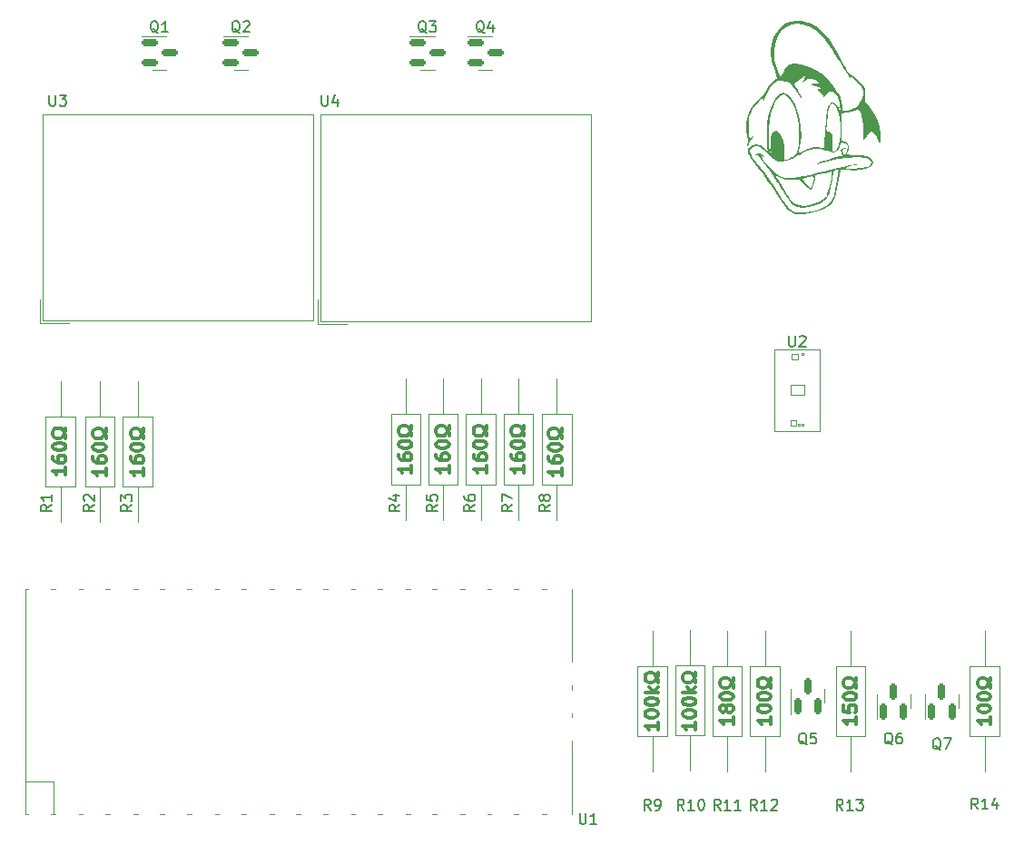
<source format=gbr>
%TF.GenerationSoftware,KiCad,Pcbnew,(6.0.0)*%
%TF.CreationDate,2022-08-12T16:53:37+02:00*%
%TF.ProjectId,PulseOximeter,50756c73-654f-4786-996d-657465722e6b,rev?*%
%TF.SameCoordinates,Original*%
%TF.FileFunction,Legend,Top*%
%TF.FilePolarity,Positive*%
%FSLAX46Y46*%
G04 Gerber Fmt 4.6, Leading zero omitted, Abs format (unit mm)*
G04 Created by KiCad (PCBNEW (6.0.0)) date 2022-08-12 16:53:37*
%MOMM*%
%LPD*%
G01*
G04 APERTURE LIST*
G04 Aperture macros list*
%AMRoundRect*
0 Rectangle with rounded corners*
0 $1 Rounding radius*
0 $2 $3 $4 $5 $6 $7 $8 $9 X,Y pos of 4 corners*
0 Add a 4 corners polygon primitive as box body*
4,1,4,$2,$3,$4,$5,$6,$7,$8,$9,$2,$3,0*
0 Add four circle primitives for the rounded corners*
1,1,$1+$1,$2,$3*
1,1,$1+$1,$4,$5*
1,1,$1+$1,$6,$7*
1,1,$1+$1,$8,$9*
0 Add four rect primitives between the rounded corners*
20,1,$1+$1,$2,$3,$4,$5,0*
20,1,$1+$1,$4,$5,$6,$7,0*
20,1,$1+$1,$6,$7,$8,$9,0*
20,1,$1+$1,$8,$9,$2,$3,0*%
G04 Aperture macros list end*
%ADD10C,0.300000*%
%ADD11C,0.150000*%
%ADD12C,0.120000*%
%ADD13R,1.000000X0.900000*%
%ADD14O,1.600000X1.600000*%
%ADD15C,1.600000*%
%ADD16RoundRect,0.150000X0.150000X-0.587500X0.150000X0.587500X-0.150000X0.587500X-0.150000X-0.587500X0*%
%ADD17R,1.500000X1.500000*%
%ADD18C,1.500000*%
%ADD19RoundRect,0.150000X-0.587500X-0.150000X0.587500X-0.150000X0.587500X0.150000X-0.587500X0.150000X0*%
%ADD20O,1.700000X1.700000*%
%ADD21R,1.700000X3.500000*%
%ADD22R,1.700000X1.700000*%
%ADD23R,3.500000X1.700000*%
G04 APERTURE END LIST*
D10*
X167542857Y-123985714D02*
X167542857Y-124671428D01*
X167542857Y-124328571D02*
X166342857Y-124328571D01*
X166514285Y-124442857D01*
X166628571Y-124557142D01*
X166685714Y-124671428D01*
X166342857Y-123242857D02*
X166342857Y-123128571D01*
X166400000Y-123014285D01*
X166457142Y-122957142D01*
X166571428Y-122900000D01*
X166800000Y-122842857D01*
X167085714Y-122842857D01*
X167314285Y-122900000D01*
X167428571Y-122957142D01*
X167485714Y-123014285D01*
X167542857Y-123128571D01*
X167542857Y-123242857D01*
X167485714Y-123357142D01*
X167428571Y-123414285D01*
X167314285Y-123471428D01*
X167085714Y-123528571D01*
X166800000Y-123528571D01*
X166571428Y-123471428D01*
X166457142Y-123414285D01*
X166400000Y-123357142D01*
X166342857Y-123242857D01*
X166342857Y-122100000D02*
X166342857Y-121985714D01*
X166400000Y-121871428D01*
X166457142Y-121814285D01*
X166571428Y-121757142D01*
X166800000Y-121700000D01*
X167085714Y-121700000D01*
X167314285Y-121757142D01*
X167428571Y-121814285D01*
X167485714Y-121871428D01*
X167542857Y-121985714D01*
X167542857Y-122100000D01*
X167485714Y-122214285D01*
X167428571Y-122271428D01*
X167314285Y-122328571D01*
X167085714Y-122385714D01*
X166800000Y-122385714D01*
X166571428Y-122328571D01*
X166457142Y-122271428D01*
X166400000Y-122214285D01*
X166342857Y-122100000D01*
X167542857Y-121242857D02*
X167542857Y-120957142D01*
X167314285Y-120957142D01*
X167257142Y-121071428D01*
X167142857Y-121185714D01*
X166971428Y-121242857D01*
X166685714Y-121242857D01*
X166514285Y-121185714D01*
X166400000Y-121071428D01*
X166342857Y-120900000D01*
X166342857Y-120671428D01*
X166400000Y-120500000D01*
X166514285Y-120385714D01*
X166685714Y-120328571D01*
X166971428Y-120328571D01*
X167142857Y-120385714D01*
X167257142Y-120500000D01*
X167314285Y-120614285D01*
X167542857Y-120614285D01*
X167542857Y-120328571D01*
X147042857Y-123985714D02*
X147042857Y-124671428D01*
X147042857Y-124328571D02*
X145842857Y-124328571D01*
X146014285Y-124442857D01*
X146128571Y-124557142D01*
X146185714Y-124671428D01*
X145842857Y-123242857D02*
X145842857Y-123128571D01*
X145900000Y-123014285D01*
X145957142Y-122957142D01*
X146071428Y-122900000D01*
X146300000Y-122842857D01*
X146585714Y-122842857D01*
X146814285Y-122900000D01*
X146928571Y-122957142D01*
X146985714Y-123014285D01*
X147042857Y-123128571D01*
X147042857Y-123242857D01*
X146985714Y-123357142D01*
X146928571Y-123414285D01*
X146814285Y-123471428D01*
X146585714Y-123528571D01*
X146300000Y-123528571D01*
X146071428Y-123471428D01*
X145957142Y-123414285D01*
X145900000Y-123357142D01*
X145842857Y-123242857D01*
X145842857Y-122100000D02*
X145842857Y-121985714D01*
X145900000Y-121871428D01*
X145957142Y-121814285D01*
X146071428Y-121757142D01*
X146300000Y-121700000D01*
X146585714Y-121700000D01*
X146814285Y-121757142D01*
X146928571Y-121814285D01*
X146985714Y-121871428D01*
X147042857Y-121985714D01*
X147042857Y-122100000D01*
X146985714Y-122214285D01*
X146928571Y-122271428D01*
X146814285Y-122328571D01*
X146585714Y-122385714D01*
X146300000Y-122385714D01*
X146071428Y-122328571D01*
X145957142Y-122271428D01*
X145900000Y-122214285D01*
X145842857Y-122100000D01*
X147042857Y-121242857D02*
X147042857Y-120957142D01*
X146814285Y-120957142D01*
X146757142Y-121071428D01*
X146642857Y-121185714D01*
X146471428Y-121242857D01*
X146185714Y-121242857D01*
X146014285Y-121185714D01*
X145900000Y-121071428D01*
X145842857Y-120900000D01*
X145842857Y-120671428D01*
X145900000Y-120500000D01*
X146014285Y-120385714D01*
X146185714Y-120328571D01*
X146471428Y-120328571D01*
X146642857Y-120385714D01*
X146757142Y-120500000D01*
X146814285Y-120614285D01*
X147042857Y-120614285D01*
X147042857Y-120328571D01*
X155042857Y-123985714D02*
X155042857Y-124671428D01*
X155042857Y-124328571D02*
X153842857Y-124328571D01*
X154014285Y-124442857D01*
X154128571Y-124557142D01*
X154185714Y-124671428D01*
X153842857Y-122900000D02*
X153842857Y-123471428D01*
X154414285Y-123528571D01*
X154357142Y-123471428D01*
X154300000Y-123357142D01*
X154300000Y-123071428D01*
X154357142Y-122957142D01*
X154414285Y-122900000D01*
X154528571Y-122842857D01*
X154814285Y-122842857D01*
X154928571Y-122900000D01*
X154985714Y-122957142D01*
X155042857Y-123071428D01*
X155042857Y-123357142D01*
X154985714Y-123471428D01*
X154928571Y-123528571D01*
X153842857Y-122100000D02*
X153842857Y-121985714D01*
X153900000Y-121871428D01*
X153957142Y-121814285D01*
X154071428Y-121757142D01*
X154300000Y-121700000D01*
X154585714Y-121700000D01*
X154814285Y-121757142D01*
X154928571Y-121814285D01*
X154985714Y-121871428D01*
X155042857Y-121985714D01*
X155042857Y-122100000D01*
X154985714Y-122214285D01*
X154928571Y-122271428D01*
X154814285Y-122328571D01*
X154585714Y-122385714D01*
X154300000Y-122385714D01*
X154071428Y-122328571D01*
X153957142Y-122271428D01*
X153900000Y-122214285D01*
X153842857Y-122100000D01*
X155042857Y-121242857D02*
X155042857Y-120957142D01*
X154814285Y-120957142D01*
X154757142Y-121071428D01*
X154642857Y-121185714D01*
X154471428Y-121242857D01*
X154185714Y-121242857D01*
X154014285Y-121185714D01*
X153900000Y-121071428D01*
X153842857Y-120900000D01*
X153842857Y-120671428D01*
X153900000Y-120500000D01*
X154014285Y-120385714D01*
X154185714Y-120328571D01*
X154471428Y-120328571D01*
X154642857Y-120385714D01*
X154757142Y-120500000D01*
X154814285Y-120614285D01*
X155042857Y-120614285D01*
X155042857Y-120328571D01*
X143542857Y-123985714D02*
X143542857Y-124671428D01*
X143542857Y-124328571D02*
X142342857Y-124328571D01*
X142514285Y-124442857D01*
X142628571Y-124557142D01*
X142685714Y-124671428D01*
X142857142Y-123300000D02*
X142800000Y-123414285D01*
X142742857Y-123471428D01*
X142628571Y-123528571D01*
X142571428Y-123528571D01*
X142457142Y-123471428D01*
X142400000Y-123414285D01*
X142342857Y-123300000D01*
X142342857Y-123071428D01*
X142400000Y-122957142D01*
X142457142Y-122900000D01*
X142571428Y-122842857D01*
X142628571Y-122842857D01*
X142742857Y-122900000D01*
X142800000Y-122957142D01*
X142857142Y-123071428D01*
X142857142Y-123300000D01*
X142914285Y-123414285D01*
X142971428Y-123471428D01*
X143085714Y-123528571D01*
X143314285Y-123528571D01*
X143428571Y-123471428D01*
X143485714Y-123414285D01*
X143542857Y-123300000D01*
X143542857Y-123071428D01*
X143485714Y-122957142D01*
X143428571Y-122900000D01*
X143314285Y-122842857D01*
X143085714Y-122842857D01*
X142971428Y-122900000D01*
X142914285Y-122957142D01*
X142857142Y-123071428D01*
X142342857Y-122100000D02*
X142342857Y-121985714D01*
X142400000Y-121871428D01*
X142457142Y-121814285D01*
X142571428Y-121757142D01*
X142800000Y-121700000D01*
X143085714Y-121700000D01*
X143314285Y-121757142D01*
X143428571Y-121814285D01*
X143485714Y-121871428D01*
X143542857Y-121985714D01*
X143542857Y-122100000D01*
X143485714Y-122214285D01*
X143428571Y-122271428D01*
X143314285Y-122328571D01*
X143085714Y-122385714D01*
X142800000Y-122385714D01*
X142571428Y-122328571D01*
X142457142Y-122271428D01*
X142400000Y-122214285D01*
X142342857Y-122100000D01*
X143542857Y-121242857D02*
X143542857Y-120957142D01*
X143314285Y-120957142D01*
X143257142Y-121071428D01*
X143142857Y-121185714D01*
X142971428Y-121242857D01*
X142685714Y-121242857D01*
X142514285Y-121185714D01*
X142400000Y-121071428D01*
X142342857Y-120900000D01*
X142342857Y-120671428D01*
X142400000Y-120500000D01*
X142514285Y-120385714D01*
X142685714Y-120328571D01*
X142971428Y-120328571D01*
X143142857Y-120385714D01*
X143257142Y-120500000D01*
X143314285Y-120614285D01*
X143542857Y-120614285D01*
X143542857Y-120328571D01*
X140042857Y-124471428D02*
X140042857Y-125157142D01*
X140042857Y-124814285D02*
X138842857Y-124814285D01*
X139014285Y-124928571D01*
X139128571Y-125042857D01*
X139185714Y-125157142D01*
X138842857Y-123728571D02*
X138842857Y-123614285D01*
X138900000Y-123500000D01*
X138957142Y-123442857D01*
X139071428Y-123385714D01*
X139300000Y-123328571D01*
X139585714Y-123328571D01*
X139814285Y-123385714D01*
X139928571Y-123442857D01*
X139985714Y-123500000D01*
X140042857Y-123614285D01*
X140042857Y-123728571D01*
X139985714Y-123842857D01*
X139928571Y-123900000D01*
X139814285Y-123957142D01*
X139585714Y-124014285D01*
X139300000Y-124014285D01*
X139071428Y-123957142D01*
X138957142Y-123900000D01*
X138900000Y-123842857D01*
X138842857Y-123728571D01*
X138842857Y-122585714D02*
X138842857Y-122471428D01*
X138900000Y-122357142D01*
X138957142Y-122300000D01*
X139071428Y-122242857D01*
X139300000Y-122185714D01*
X139585714Y-122185714D01*
X139814285Y-122242857D01*
X139928571Y-122300000D01*
X139985714Y-122357142D01*
X140042857Y-122471428D01*
X140042857Y-122585714D01*
X139985714Y-122700000D01*
X139928571Y-122757142D01*
X139814285Y-122814285D01*
X139585714Y-122871428D01*
X139300000Y-122871428D01*
X139071428Y-122814285D01*
X138957142Y-122757142D01*
X138900000Y-122700000D01*
X138842857Y-122585714D01*
X140042857Y-121671428D02*
X138842857Y-121671428D01*
X139585714Y-121557142D02*
X140042857Y-121214285D01*
X139242857Y-121214285D02*
X139700000Y-121671428D01*
X140042857Y-120757142D02*
X140042857Y-120471428D01*
X139814285Y-120471428D01*
X139757142Y-120585714D01*
X139642857Y-120700000D01*
X139471428Y-120757142D01*
X139185714Y-120757142D01*
X139014285Y-120700000D01*
X138900000Y-120585714D01*
X138842857Y-120414285D01*
X138842857Y-120185714D01*
X138900000Y-120014285D01*
X139014285Y-119900000D01*
X139185714Y-119842857D01*
X139471428Y-119842857D01*
X139642857Y-119900000D01*
X139757142Y-120014285D01*
X139814285Y-120128571D01*
X140042857Y-120128571D01*
X140042857Y-119842857D01*
X136542857Y-124471428D02*
X136542857Y-125157142D01*
X136542857Y-124814285D02*
X135342857Y-124814285D01*
X135514285Y-124928571D01*
X135628571Y-125042857D01*
X135685714Y-125157142D01*
X135342857Y-123728571D02*
X135342857Y-123614285D01*
X135400000Y-123500000D01*
X135457142Y-123442857D01*
X135571428Y-123385714D01*
X135800000Y-123328571D01*
X136085714Y-123328571D01*
X136314285Y-123385714D01*
X136428571Y-123442857D01*
X136485714Y-123500000D01*
X136542857Y-123614285D01*
X136542857Y-123728571D01*
X136485714Y-123842857D01*
X136428571Y-123900000D01*
X136314285Y-123957142D01*
X136085714Y-124014285D01*
X135800000Y-124014285D01*
X135571428Y-123957142D01*
X135457142Y-123900000D01*
X135400000Y-123842857D01*
X135342857Y-123728571D01*
X135342857Y-122585714D02*
X135342857Y-122471428D01*
X135400000Y-122357142D01*
X135457142Y-122300000D01*
X135571428Y-122242857D01*
X135800000Y-122185714D01*
X136085714Y-122185714D01*
X136314285Y-122242857D01*
X136428571Y-122300000D01*
X136485714Y-122357142D01*
X136542857Y-122471428D01*
X136542857Y-122585714D01*
X136485714Y-122700000D01*
X136428571Y-122757142D01*
X136314285Y-122814285D01*
X136085714Y-122871428D01*
X135800000Y-122871428D01*
X135571428Y-122814285D01*
X135457142Y-122757142D01*
X135400000Y-122700000D01*
X135342857Y-122585714D01*
X136542857Y-121671428D02*
X135342857Y-121671428D01*
X136085714Y-121557142D02*
X136542857Y-121214285D01*
X135742857Y-121214285D02*
X136200000Y-121671428D01*
X136542857Y-120757142D02*
X136542857Y-120471428D01*
X136314285Y-120471428D01*
X136257142Y-120585714D01*
X136142857Y-120700000D01*
X135971428Y-120757142D01*
X135685714Y-120757142D01*
X135514285Y-120700000D01*
X135400000Y-120585714D01*
X135342857Y-120414285D01*
X135342857Y-120185714D01*
X135400000Y-120014285D01*
X135514285Y-119900000D01*
X135685714Y-119842857D01*
X135971428Y-119842857D01*
X136142857Y-119900000D01*
X136257142Y-120014285D01*
X136314285Y-120128571D01*
X136542857Y-120128571D01*
X136542857Y-119842857D01*
X127542857Y-100735714D02*
X127542857Y-101421428D01*
X127542857Y-101078571D02*
X126342857Y-101078571D01*
X126514285Y-101192857D01*
X126628571Y-101307142D01*
X126685714Y-101421428D01*
X126342857Y-99707142D02*
X126342857Y-99935714D01*
X126400000Y-100050000D01*
X126457142Y-100107142D01*
X126628571Y-100221428D01*
X126857142Y-100278571D01*
X127314285Y-100278571D01*
X127428571Y-100221428D01*
X127485714Y-100164285D01*
X127542857Y-100050000D01*
X127542857Y-99821428D01*
X127485714Y-99707142D01*
X127428571Y-99650000D01*
X127314285Y-99592857D01*
X127028571Y-99592857D01*
X126914285Y-99650000D01*
X126857142Y-99707142D01*
X126800000Y-99821428D01*
X126800000Y-100050000D01*
X126857142Y-100164285D01*
X126914285Y-100221428D01*
X127028571Y-100278571D01*
X126342857Y-98850000D02*
X126342857Y-98735714D01*
X126400000Y-98621428D01*
X126457142Y-98564285D01*
X126571428Y-98507142D01*
X126800000Y-98450000D01*
X127085714Y-98450000D01*
X127314285Y-98507142D01*
X127428571Y-98564285D01*
X127485714Y-98621428D01*
X127542857Y-98735714D01*
X127542857Y-98850000D01*
X127485714Y-98964285D01*
X127428571Y-99021428D01*
X127314285Y-99078571D01*
X127085714Y-99135714D01*
X126800000Y-99135714D01*
X126571428Y-99078571D01*
X126457142Y-99021428D01*
X126400000Y-98964285D01*
X126342857Y-98850000D01*
X127542857Y-97992857D02*
X127542857Y-97707142D01*
X127314285Y-97707142D01*
X127257142Y-97821428D01*
X127142857Y-97935714D01*
X126971428Y-97992857D01*
X126685714Y-97992857D01*
X126514285Y-97935714D01*
X126400000Y-97821428D01*
X126342857Y-97650000D01*
X126342857Y-97421428D01*
X126400000Y-97250000D01*
X126514285Y-97135714D01*
X126685714Y-97078571D01*
X126971428Y-97078571D01*
X127142857Y-97135714D01*
X127257142Y-97250000D01*
X127314285Y-97364285D01*
X127542857Y-97364285D01*
X127542857Y-97078571D01*
X124042857Y-100485714D02*
X124042857Y-101171428D01*
X124042857Y-100828571D02*
X122842857Y-100828571D01*
X123014285Y-100942857D01*
X123128571Y-101057142D01*
X123185714Y-101171428D01*
X122842857Y-99457142D02*
X122842857Y-99685714D01*
X122900000Y-99800000D01*
X122957142Y-99857142D01*
X123128571Y-99971428D01*
X123357142Y-100028571D01*
X123814285Y-100028571D01*
X123928571Y-99971428D01*
X123985714Y-99914285D01*
X124042857Y-99800000D01*
X124042857Y-99571428D01*
X123985714Y-99457142D01*
X123928571Y-99400000D01*
X123814285Y-99342857D01*
X123528571Y-99342857D01*
X123414285Y-99400000D01*
X123357142Y-99457142D01*
X123300000Y-99571428D01*
X123300000Y-99800000D01*
X123357142Y-99914285D01*
X123414285Y-99971428D01*
X123528571Y-100028571D01*
X122842857Y-98600000D02*
X122842857Y-98485714D01*
X122900000Y-98371428D01*
X122957142Y-98314285D01*
X123071428Y-98257142D01*
X123300000Y-98200000D01*
X123585714Y-98200000D01*
X123814285Y-98257142D01*
X123928571Y-98314285D01*
X123985714Y-98371428D01*
X124042857Y-98485714D01*
X124042857Y-98600000D01*
X123985714Y-98714285D01*
X123928571Y-98771428D01*
X123814285Y-98828571D01*
X123585714Y-98885714D01*
X123300000Y-98885714D01*
X123071428Y-98828571D01*
X122957142Y-98771428D01*
X122900000Y-98714285D01*
X122842857Y-98600000D01*
X124042857Y-97742857D02*
X124042857Y-97457142D01*
X123814285Y-97457142D01*
X123757142Y-97571428D01*
X123642857Y-97685714D01*
X123471428Y-97742857D01*
X123185714Y-97742857D01*
X123014285Y-97685714D01*
X122900000Y-97571428D01*
X122842857Y-97400000D01*
X122842857Y-97171428D01*
X122900000Y-97000000D01*
X123014285Y-96885714D01*
X123185714Y-96828571D01*
X123471428Y-96828571D01*
X123642857Y-96885714D01*
X123757142Y-97000000D01*
X123814285Y-97114285D01*
X124042857Y-97114285D01*
X124042857Y-96828571D01*
X120542857Y-100485714D02*
X120542857Y-101171428D01*
X120542857Y-100828571D02*
X119342857Y-100828571D01*
X119514285Y-100942857D01*
X119628571Y-101057142D01*
X119685714Y-101171428D01*
X119342857Y-99457142D02*
X119342857Y-99685714D01*
X119400000Y-99800000D01*
X119457142Y-99857142D01*
X119628571Y-99971428D01*
X119857142Y-100028571D01*
X120314285Y-100028571D01*
X120428571Y-99971428D01*
X120485714Y-99914285D01*
X120542857Y-99800000D01*
X120542857Y-99571428D01*
X120485714Y-99457142D01*
X120428571Y-99400000D01*
X120314285Y-99342857D01*
X120028571Y-99342857D01*
X119914285Y-99400000D01*
X119857142Y-99457142D01*
X119800000Y-99571428D01*
X119800000Y-99800000D01*
X119857142Y-99914285D01*
X119914285Y-99971428D01*
X120028571Y-100028571D01*
X119342857Y-98600000D02*
X119342857Y-98485714D01*
X119400000Y-98371428D01*
X119457142Y-98314285D01*
X119571428Y-98257142D01*
X119800000Y-98200000D01*
X120085714Y-98200000D01*
X120314285Y-98257142D01*
X120428571Y-98314285D01*
X120485714Y-98371428D01*
X120542857Y-98485714D01*
X120542857Y-98600000D01*
X120485714Y-98714285D01*
X120428571Y-98771428D01*
X120314285Y-98828571D01*
X120085714Y-98885714D01*
X119800000Y-98885714D01*
X119571428Y-98828571D01*
X119457142Y-98771428D01*
X119400000Y-98714285D01*
X119342857Y-98600000D01*
X120542857Y-97742857D02*
X120542857Y-97457142D01*
X120314285Y-97457142D01*
X120257142Y-97571428D01*
X120142857Y-97685714D01*
X119971428Y-97742857D01*
X119685714Y-97742857D01*
X119514285Y-97685714D01*
X119400000Y-97571428D01*
X119342857Y-97400000D01*
X119342857Y-97171428D01*
X119400000Y-97000000D01*
X119514285Y-96885714D01*
X119685714Y-96828571D01*
X119971428Y-96828571D01*
X120142857Y-96885714D01*
X120257142Y-97000000D01*
X120314285Y-97114285D01*
X120542857Y-97114285D01*
X120542857Y-96828571D01*
X117042857Y-100485714D02*
X117042857Y-101171428D01*
X117042857Y-100828571D02*
X115842857Y-100828571D01*
X116014285Y-100942857D01*
X116128571Y-101057142D01*
X116185714Y-101171428D01*
X115842857Y-99457142D02*
X115842857Y-99685714D01*
X115900000Y-99800000D01*
X115957142Y-99857142D01*
X116128571Y-99971428D01*
X116357142Y-100028571D01*
X116814285Y-100028571D01*
X116928571Y-99971428D01*
X116985714Y-99914285D01*
X117042857Y-99800000D01*
X117042857Y-99571428D01*
X116985714Y-99457142D01*
X116928571Y-99400000D01*
X116814285Y-99342857D01*
X116528571Y-99342857D01*
X116414285Y-99400000D01*
X116357142Y-99457142D01*
X116300000Y-99571428D01*
X116300000Y-99800000D01*
X116357142Y-99914285D01*
X116414285Y-99971428D01*
X116528571Y-100028571D01*
X115842857Y-98600000D02*
X115842857Y-98485714D01*
X115900000Y-98371428D01*
X115957142Y-98314285D01*
X116071428Y-98257142D01*
X116300000Y-98200000D01*
X116585714Y-98200000D01*
X116814285Y-98257142D01*
X116928571Y-98314285D01*
X116985714Y-98371428D01*
X117042857Y-98485714D01*
X117042857Y-98600000D01*
X116985714Y-98714285D01*
X116928571Y-98771428D01*
X116814285Y-98828571D01*
X116585714Y-98885714D01*
X116300000Y-98885714D01*
X116071428Y-98828571D01*
X115957142Y-98771428D01*
X115900000Y-98714285D01*
X115842857Y-98600000D01*
X117042857Y-97742857D02*
X117042857Y-97457142D01*
X116814285Y-97457142D01*
X116757142Y-97571428D01*
X116642857Y-97685714D01*
X116471428Y-97742857D01*
X116185714Y-97742857D01*
X116014285Y-97685714D01*
X115900000Y-97571428D01*
X115842857Y-97400000D01*
X115842857Y-97171428D01*
X115900000Y-97000000D01*
X116014285Y-96885714D01*
X116185714Y-96828571D01*
X116471428Y-96828571D01*
X116642857Y-96885714D01*
X116757142Y-97000000D01*
X116814285Y-97114285D01*
X117042857Y-97114285D01*
X117042857Y-96828571D01*
X113542857Y-100485714D02*
X113542857Y-101171428D01*
X113542857Y-100828571D02*
X112342857Y-100828571D01*
X112514285Y-100942857D01*
X112628571Y-101057142D01*
X112685714Y-101171428D01*
X112342857Y-99457142D02*
X112342857Y-99685714D01*
X112400000Y-99800000D01*
X112457142Y-99857142D01*
X112628571Y-99971428D01*
X112857142Y-100028571D01*
X113314285Y-100028571D01*
X113428571Y-99971428D01*
X113485714Y-99914285D01*
X113542857Y-99800000D01*
X113542857Y-99571428D01*
X113485714Y-99457142D01*
X113428571Y-99400000D01*
X113314285Y-99342857D01*
X113028571Y-99342857D01*
X112914285Y-99400000D01*
X112857142Y-99457142D01*
X112800000Y-99571428D01*
X112800000Y-99800000D01*
X112857142Y-99914285D01*
X112914285Y-99971428D01*
X113028571Y-100028571D01*
X112342857Y-98600000D02*
X112342857Y-98485714D01*
X112400000Y-98371428D01*
X112457142Y-98314285D01*
X112571428Y-98257142D01*
X112800000Y-98200000D01*
X113085714Y-98200000D01*
X113314285Y-98257142D01*
X113428571Y-98314285D01*
X113485714Y-98371428D01*
X113542857Y-98485714D01*
X113542857Y-98600000D01*
X113485714Y-98714285D01*
X113428571Y-98771428D01*
X113314285Y-98828571D01*
X113085714Y-98885714D01*
X112800000Y-98885714D01*
X112571428Y-98828571D01*
X112457142Y-98771428D01*
X112400000Y-98714285D01*
X112342857Y-98600000D01*
X113542857Y-97742857D02*
X113542857Y-97457142D01*
X113314285Y-97457142D01*
X113257142Y-97571428D01*
X113142857Y-97685714D01*
X112971428Y-97742857D01*
X112685714Y-97742857D01*
X112514285Y-97685714D01*
X112400000Y-97571428D01*
X112342857Y-97400000D01*
X112342857Y-97171428D01*
X112400000Y-97000000D01*
X112514285Y-96885714D01*
X112685714Y-96828571D01*
X112971428Y-96828571D01*
X113142857Y-96885714D01*
X113257142Y-97000000D01*
X113314285Y-97114285D01*
X113542857Y-97114285D01*
X113542857Y-96828571D01*
X88542857Y-100735714D02*
X88542857Y-101421428D01*
X88542857Y-101078571D02*
X87342857Y-101078571D01*
X87514285Y-101192857D01*
X87628571Y-101307142D01*
X87685714Y-101421428D01*
X87342857Y-99707142D02*
X87342857Y-99935714D01*
X87400000Y-100050000D01*
X87457142Y-100107142D01*
X87628571Y-100221428D01*
X87857142Y-100278571D01*
X88314285Y-100278571D01*
X88428571Y-100221428D01*
X88485714Y-100164285D01*
X88542857Y-100050000D01*
X88542857Y-99821428D01*
X88485714Y-99707142D01*
X88428571Y-99650000D01*
X88314285Y-99592857D01*
X88028571Y-99592857D01*
X87914285Y-99650000D01*
X87857142Y-99707142D01*
X87800000Y-99821428D01*
X87800000Y-100050000D01*
X87857142Y-100164285D01*
X87914285Y-100221428D01*
X88028571Y-100278571D01*
X87342857Y-98850000D02*
X87342857Y-98735714D01*
X87400000Y-98621428D01*
X87457142Y-98564285D01*
X87571428Y-98507142D01*
X87800000Y-98450000D01*
X88085714Y-98450000D01*
X88314285Y-98507142D01*
X88428571Y-98564285D01*
X88485714Y-98621428D01*
X88542857Y-98735714D01*
X88542857Y-98850000D01*
X88485714Y-98964285D01*
X88428571Y-99021428D01*
X88314285Y-99078571D01*
X88085714Y-99135714D01*
X87800000Y-99135714D01*
X87571428Y-99078571D01*
X87457142Y-99021428D01*
X87400000Y-98964285D01*
X87342857Y-98850000D01*
X88542857Y-97992857D02*
X88542857Y-97707142D01*
X88314285Y-97707142D01*
X88257142Y-97821428D01*
X88142857Y-97935714D01*
X87971428Y-97992857D01*
X87685714Y-97992857D01*
X87514285Y-97935714D01*
X87400000Y-97821428D01*
X87342857Y-97650000D01*
X87342857Y-97421428D01*
X87400000Y-97250000D01*
X87514285Y-97135714D01*
X87685714Y-97078571D01*
X87971428Y-97078571D01*
X88142857Y-97135714D01*
X88257142Y-97250000D01*
X88314285Y-97364285D01*
X88542857Y-97364285D01*
X88542857Y-97078571D01*
X85042857Y-100735714D02*
X85042857Y-101421428D01*
X85042857Y-101078571D02*
X83842857Y-101078571D01*
X84014285Y-101192857D01*
X84128571Y-101307142D01*
X84185714Y-101421428D01*
X83842857Y-99707142D02*
X83842857Y-99935714D01*
X83900000Y-100050000D01*
X83957142Y-100107142D01*
X84128571Y-100221428D01*
X84357142Y-100278571D01*
X84814285Y-100278571D01*
X84928571Y-100221428D01*
X84985714Y-100164285D01*
X85042857Y-100050000D01*
X85042857Y-99821428D01*
X84985714Y-99707142D01*
X84928571Y-99650000D01*
X84814285Y-99592857D01*
X84528571Y-99592857D01*
X84414285Y-99650000D01*
X84357142Y-99707142D01*
X84300000Y-99821428D01*
X84300000Y-100050000D01*
X84357142Y-100164285D01*
X84414285Y-100221428D01*
X84528571Y-100278571D01*
X83842857Y-98850000D02*
X83842857Y-98735714D01*
X83900000Y-98621428D01*
X83957142Y-98564285D01*
X84071428Y-98507142D01*
X84300000Y-98450000D01*
X84585714Y-98450000D01*
X84814285Y-98507142D01*
X84928571Y-98564285D01*
X84985714Y-98621428D01*
X85042857Y-98735714D01*
X85042857Y-98850000D01*
X84985714Y-98964285D01*
X84928571Y-99021428D01*
X84814285Y-99078571D01*
X84585714Y-99135714D01*
X84300000Y-99135714D01*
X84071428Y-99078571D01*
X83957142Y-99021428D01*
X83900000Y-98964285D01*
X83842857Y-98850000D01*
X85042857Y-97992857D02*
X85042857Y-97707142D01*
X84814285Y-97707142D01*
X84757142Y-97821428D01*
X84642857Y-97935714D01*
X84471428Y-97992857D01*
X84185714Y-97992857D01*
X84014285Y-97935714D01*
X83900000Y-97821428D01*
X83842857Y-97650000D01*
X83842857Y-97421428D01*
X83900000Y-97250000D01*
X84014285Y-97135714D01*
X84185714Y-97078571D01*
X84471428Y-97078571D01*
X84642857Y-97135714D01*
X84757142Y-97250000D01*
X84814285Y-97364285D01*
X85042857Y-97364285D01*
X85042857Y-97078571D01*
X81292857Y-100685714D02*
X81292857Y-101371428D01*
X81292857Y-101028571D02*
X80092857Y-101028571D01*
X80264285Y-101142857D01*
X80378571Y-101257142D01*
X80435714Y-101371428D01*
X80092857Y-99657142D02*
X80092857Y-99885714D01*
X80150000Y-100000000D01*
X80207142Y-100057142D01*
X80378571Y-100171428D01*
X80607142Y-100228571D01*
X81064285Y-100228571D01*
X81178571Y-100171428D01*
X81235714Y-100114285D01*
X81292857Y-100000000D01*
X81292857Y-99771428D01*
X81235714Y-99657142D01*
X81178571Y-99600000D01*
X81064285Y-99542857D01*
X80778571Y-99542857D01*
X80664285Y-99600000D01*
X80607142Y-99657142D01*
X80550000Y-99771428D01*
X80550000Y-100000000D01*
X80607142Y-100114285D01*
X80664285Y-100171428D01*
X80778571Y-100228571D01*
X80092857Y-98800000D02*
X80092857Y-98685714D01*
X80150000Y-98571428D01*
X80207142Y-98514285D01*
X80321428Y-98457142D01*
X80550000Y-98400000D01*
X80835714Y-98400000D01*
X81064285Y-98457142D01*
X81178571Y-98514285D01*
X81235714Y-98571428D01*
X81292857Y-98685714D01*
X81292857Y-98800000D01*
X81235714Y-98914285D01*
X81178571Y-98971428D01*
X81064285Y-99028571D01*
X80835714Y-99085714D01*
X80550000Y-99085714D01*
X80321428Y-99028571D01*
X80207142Y-98971428D01*
X80150000Y-98914285D01*
X80092857Y-98800000D01*
X81292857Y-97942857D02*
X81292857Y-97657142D01*
X81064285Y-97657142D01*
X81007142Y-97771428D01*
X80892857Y-97885714D01*
X80721428Y-97942857D01*
X80435714Y-97942857D01*
X80264285Y-97885714D01*
X80150000Y-97771428D01*
X80092857Y-97600000D01*
X80092857Y-97371428D01*
X80150000Y-97200000D01*
X80264285Y-97085714D01*
X80435714Y-97028571D01*
X80721428Y-97028571D01*
X80892857Y-97085714D01*
X81007142Y-97200000D01*
X81064285Y-97314285D01*
X81292857Y-97314285D01*
X81292857Y-97028571D01*
D11*
%TO.C,U2*%
X148738095Y-88402380D02*
X148738095Y-89211904D01*
X148785714Y-89307142D01*
X148833333Y-89354761D01*
X148928571Y-89402380D01*
X149119047Y-89402380D01*
X149214285Y-89354761D01*
X149261904Y-89307142D01*
X149309523Y-89211904D01*
X149309523Y-88402380D01*
X149738095Y-88497619D02*
X149785714Y-88450000D01*
X149880952Y-88402380D01*
X150119047Y-88402380D01*
X150214285Y-88450000D01*
X150261904Y-88497619D01*
X150309523Y-88592857D01*
X150309523Y-88688095D01*
X150261904Y-88830952D01*
X149690476Y-89402380D01*
X150309523Y-89402380D01*
%TO.C,R10*%
X138957142Y-132652380D02*
X138623809Y-132176190D01*
X138385714Y-132652380D02*
X138385714Y-131652380D01*
X138766666Y-131652380D01*
X138861904Y-131700000D01*
X138909523Y-131747619D01*
X138957142Y-131842857D01*
X138957142Y-131985714D01*
X138909523Y-132080952D01*
X138861904Y-132128571D01*
X138766666Y-132176190D01*
X138385714Y-132176190D01*
X139909523Y-132652380D02*
X139338095Y-132652380D01*
X139623809Y-132652380D02*
X139623809Y-131652380D01*
X139528571Y-131795238D01*
X139433333Y-131890476D01*
X139338095Y-131938095D01*
X140528571Y-131652380D02*
X140623809Y-131652380D01*
X140719047Y-131700000D01*
X140766666Y-131747619D01*
X140814285Y-131842857D01*
X140861904Y-132033333D01*
X140861904Y-132271428D01*
X140814285Y-132461904D01*
X140766666Y-132557142D01*
X140719047Y-132604761D01*
X140623809Y-132652380D01*
X140528571Y-132652380D01*
X140433333Y-132604761D01*
X140385714Y-132557142D01*
X140338095Y-132461904D01*
X140290476Y-132271428D01*
X140290476Y-132033333D01*
X140338095Y-131842857D01*
X140385714Y-131747619D01*
X140433333Y-131700000D01*
X140528571Y-131652380D01*
%TO.C,R9*%
X135833333Y-132652380D02*
X135500000Y-132176190D01*
X135261904Y-132652380D02*
X135261904Y-131652380D01*
X135642857Y-131652380D01*
X135738095Y-131700000D01*
X135785714Y-131747619D01*
X135833333Y-131842857D01*
X135833333Y-131985714D01*
X135785714Y-132080952D01*
X135738095Y-132128571D01*
X135642857Y-132176190D01*
X135261904Y-132176190D01*
X136309523Y-132652380D02*
X136500000Y-132652380D01*
X136595238Y-132604761D01*
X136642857Y-132557142D01*
X136738095Y-132414285D01*
X136785714Y-132223809D01*
X136785714Y-131842857D01*
X136738095Y-131747619D01*
X136690476Y-131700000D01*
X136595238Y-131652380D01*
X136404761Y-131652380D01*
X136309523Y-131700000D01*
X136261904Y-131747619D01*
X136214285Y-131842857D01*
X136214285Y-132080952D01*
X136261904Y-132176190D01*
X136309523Y-132223809D01*
X136404761Y-132271428D01*
X136595238Y-132271428D01*
X136690476Y-132223809D01*
X136738095Y-132176190D01*
X136785714Y-132080952D01*
%TO.C,R11*%
X142357142Y-132652380D02*
X142023809Y-132176190D01*
X141785714Y-132652380D02*
X141785714Y-131652380D01*
X142166666Y-131652380D01*
X142261904Y-131700000D01*
X142309523Y-131747619D01*
X142357142Y-131842857D01*
X142357142Y-131985714D01*
X142309523Y-132080952D01*
X142261904Y-132128571D01*
X142166666Y-132176190D01*
X141785714Y-132176190D01*
X143309523Y-132652380D02*
X142738095Y-132652380D01*
X143023809Y-132652380D02*
X143023809Y-131652380D01*
X142928571Y-131795238D01*
X142833333Y-131890476D01*
X142738095Y-131938095D01*
X144261904Y-132652380D02*
X143690476Y-132652380D01*
X143976190Y-132652380D02*
X143976190Y-131652380D01*
X143880952Y-131795238D01*
X143785714Y-131890476D01*
X143690476Y-131938095D01*
%TO.C,R13*%
X153757142Y-132652380D02*
X153423809Y-132176190D01*
X153185714Y-132652380D02*
X153185714Y-131652380D01*
X153566666Y-131652380D01*
X153661904Y-131700000D01*
X153709523Y-131747619D01*
X153757142Y-131842857D01*
X153757142Y-131985714D01*
X153709523Y-132080952D01*
X153661904Y-132128571D01*
X153566666Y-132176190D01*
X153185714Y-132176190D01*
X154709523Y-132652380D02*
X154138095Y-132652380D01*
X154423809Y-132652380D02*
X154423809Y-131652380D01*
X154328571Y-131795238D01*
X154233333Y-131890476D01*
X154138095Y-131938095D01*
X155042857Y-131652380D02*
X155661904Y-131652380D01*
X155328571Y-132033333D01*
X155471428Y-132033333D01*
X155566666Y-132080952D01*
X155614285Y-132128571D01*
X155661904Y-132223809D01*
X155661904Y-132461904D01*
X155614285Y-132557142D01*
X155566666Y-132604761D01*
X155471428Y-132652380D01*
X155185714Y-132652380D01*
X155090476Y-132604761D01*
X155042857Y-132557142D01*
%TO.C,R12*%
X145757142Y-132652380D02*
X145423809Y-132176190D01*
X145185714Y-132652380D02*
X145185714Y-131652380D01*
X145566666Y-131652380D01*
X145661904Y-131700000D01*
X145709523Y-131747619D01*
X145757142Y-131842857D01*
X145757142Y-131985714D01*
X145709523Y-132080952D01*
X145661904Y-132128571D01*
X145566666Y-132176190D01*
X145185714Y-132176190D01*
X146709523Y-132652380D02*
X146138095Y-132652380D01*
X146423809Y-132652380D02*
X146423809Y-131652380D01*
X146328571Y-131795238D01*
X146233333Y-131890476D01*
X146138095Y-131938095D01*
X147090476Y-131747619D02*
X147138095Y-131700000D01*
X147233333Y-131652380D01*
X147471428Y-131652380D01*
X147566666Y-131700000D01*
X147614285Y-131747619D01*
X147661904Y-131842857D01*
X147661904Y-131938095D01*
X147614285Y-132080952D01*
X147042857Y-132652380D01*
X147661904Y-132652380D01*
%TO.C,R14*%
X166357142Y-132552380D02*
X166023809Y-132076190D01*
X165785714Y-132552380D02*
X165785714Y-131552380D01*
X166166666Y-131552380D01*
X166261904Y-131600000D01*
X166309523Y-131647619D01*
X166357142Y-131742857D01*
X166357142Y-131885714D01*
X166309523Y-131980952D01*
X166261904Y-132028571D01*
X166166666Y-132076190D01*
X165785714Y-132076190D01*
X167309523Y-132552380D02*
X166738095Y-132552380D01*
X167023809Y-132552380D02*
X167023809Y-131552380D01*
X166928571Y-131695238D01*
X166833333Y-131790476D01*
X166738095Y-131838095D01*
X168166666Y-131885714D02*
X168166666Y-132552380D01*
X167928571Y-131504761D02*
X167690476Y-132219047D01*
X168309523Y-132219047D01*
%TO.C,R8*%
X126452380Y-104166666D02*
X125976190Y-104500000D01*
X126452380Y-104738095D02*
X125452380Y-104738095D01*
X125452380Y-104357142D01*
X125500000Y-104261904D01*
X125547619Y-104214285D01*
X125642857Y-104166666D01*
X125785714Y-104166666D01*
X125880952Y-104214285D01*
X125928571Y-104261904D01*
X125976190Y-104357142D01*
X125976190Y-104738095D01*
X125880952Y-103595238D02*
X125833333Y-103690476D01*
X125785714Y-103738095D01*
X125690476Y-103785714D01*
X125642857Y-103785714D01*
X125547619Y-103738095D01*
X125500000Y-103690476D01*
X125452380Y-103595238D01*
X125452380Y-103404761D01*
X125500000Y-103309523D01*
X125547619Y-103261904D01*
X125642857Y-103214285D01*
X125690476Y-103214285D01*
X125785714Y-103261904D01*
X125833333Y-103309523D01*
X125880952Y-103404761D01*
X125880952Y-103595238D01*
X125928571Y-103690476D01*
X125976190Y-103738095D01*
X126071428Y-103785714D01*
X126261904Y-103785714D01*
X126357142Y-103738095D01*
X126404761Y-103690476D01*
X126452380Y-103595238D01*
X126452380Y-103404761D01*
X126404761Y-103309523D01*
X126357142Y-103261904D01*
X126261904Y-103214285D01*
X126071428Y-103214285D01*
X125976190Y-103261904D01*
X125928571Y-103309523D01*
X125880952Y-103404761D01*
%TO.C,Q6*%
X158404761Y-126547619D02*
X158309523Y-126500000D01*
X158214285Y-126404761D01*
X158071428Y-126261904D01*
X157976190Y-126214285D01*
X157880952Y-126214285D01*
X157928571Y-126452380D02*
X157833333Y-126404761D01*
X157738095Y-126309523D01*
X157690476Y-126119047D01*
X157690476Y-125785714D01*
X157738095Y-125595238D01*
X157833333Y-125500000D01*
X157928571Y-125452380D01*
X158119047Y-125452380D01*
X158214285Y-125500000D01*
X158309523Y-125595238D01*
X158357142Y-125785714D01*
X158357142Y-126119047D01*
X158309523Y-126309523D01*
X158214285Y-126404761D01*
X158119047Y-126452380D01*
X157928571Y-126452380D01*
X159214285Y-125452380D02*
X159023809Y-125452380D01*
X158928571Y-125500000D01*
X158880952Y-125547619D01*
X158785714Y-125690476D01*
X158738095Y-125880952D01*
X158738095Y-126261904D01*
X158785714Y-126357142D01*
X158833333Y-126404761D01*
X158928571Y-126452380D01*
X159119047Y-126452380D01*
X159214285Y-126404761D01*
X159261904Y-126357142D01*
X159309523Y-126261904D01*
X159309523Y-126023809D01*
X159261904Y-125928571D01*
X159214285Y-125880952D01*
X159119047Y-125833333D01*
X158928571Y-125833333D01*
X158833333Y-125880952D01*
X158785714Y-125928571D01*
X158738095Y-126023809D01*
%TO.C,R2*%
X83952380Y-104166666D02*
X83476190Y-104500000D01*
X83952380Y-104738095D02*
X82952380Y-104738095D01*
X82952380Y-104357142D01*
X83000000Y-104261904D01*
X83047619Y-104214285D01*
X83142857Y-104166666D01*
X83285714Y-104166666D01*
X83380952Y-104214285D01*
X83428571Y-104261904D01*
X83476190Y-104357142D01*
X83476190Y-104738095D01*
X83047619Y-103785714D02*
X83000000Y-103738095D01*
X82952380Y-103642857D01*
X82952380Y-103404761D01*
X83000000Y-103309523D01*
X83047619Y-103261904D01*
X83142857Y-103214285D01*
X83238095Y-103214285D01*
X83380952Y-103261904D01*
X83952380Y-103833333D01*
X83952380Y-103214285D01*
%TO.C,U4*%
X105168095Y-65952380D02*
X105168095Y-66761904D01*
X105215714Y-66857142D01*
X105263333Y-66904761D01*
X105358571Y-66952380D01*
X105549047Y-66952380D01*
X105644285Y-66904761D01*
X105691904Y-66857142D01*
X105739523Y-66761904D01*
X105739523Y-65952380D01*
X106644285Y-66285714D02*
X106644285Y-66952380D01*
X106406190Y-65904761D02*
X106168095Y-66619047D01*
X106787142Y-66619047D01*
%TO.C,U3*%
X79768095Y-65952380D02*
X79768095Y-66761904D01*
X79815714Y-66857142D01*
X79863333Y-66904761D01*
X79958571Y-66952380D01*
X80149047Y-66952380D01*
X80244285Y-66904761D01*
X80291904Y-66857142D01*
X80339523Y-66761904D01*
X80339523Y-65952380D01*
X80720476Y-65952380D02*
X81339523Y-65952380D01*
X81006190Y-66333333D01*
X81149047Y-66333333D01*
X81244285Y-66380952D01*
X81291904Y-66428571D01*
X81339523Y-66523809D01*
X81339523Y-66761904D01*
X81291904Y-66857142D01*
X81244285Y-66904761D01*
X81149047Y-66952380D01*
X80863333Y-66952380D01*
X80768095Y-66904761D01*
X80720476Y-66857142D01*
%TO.C,Q7*%
X162904761Y-127047619D02*
X162809523Y-127000000D01*
X162714285Y-126904761D01*
X162571428Y-126761904D01*
X162476190Y-126714285D01*
X162380952Y-126714285D01*
X162428571Y-126952380D02*
X162333333Y-126904761D01*
X162238095Y-126809523D01*
X162190476Y-126619047D01*
X162190476Y-126285714D01*
X162238095Y-126095238D01*
X162333333Y-126000000D01*
X162428571Y-125952380D01*
X162619047Y-125952380D01*
X162714285Y-126000000D01*
X162809523Y-126095238D01*
X162857142Y-126285714D01*
X162857142Y-126619047D01*
X162809523Y-126809523D01*
X162714285Y-126904761D01*
X162619047Y-126952380D01*
X162428571Y-126952380D01*
X163190476Y-125952380D02*
X163857142Y-125952380D01*
X163428571Y-126952380D01*
%TO.C,Q4*%
X120334761Y-60147619D02*
X120239523Y-60100000D01*
X120144285Y-60004761D01*
X120001428Y-59861904D01*
X119906190Y-59814285D01*
X119810952Y-59814285D01*
X119858571Y-60052380D02*
X119763333Y-60004761D01*
X119668095Y-59909523D01*
X119620476Y-59719047D01*
X119620476Y-59385714D01*
X119668095Y-59195238D01*
X119763333Y-59100000D01*
X119858571Y-59052380D01*
X120049047Y-59052380D01*
X120144285Y-59100000D01*
X120239523Y-59195238D01*
X120287142Y-59385714D01*
X120287142Y-59719047D01*
X120239523Y-59909523D01*
X120144285Y-60004761D01*
X120049047Y-60052380D01*
X119858571Y-60052380D01*
X121144285Y-59385714D02*
X121144285Y-60052380D01*
X120906190Y-59004761D02*
X120668095Y-59719047D01*
X121287142Y-59719047D01*
%TO.C,Q3*%
X114934761Y-60147619D02*
X114839523Y-60100000D01*
X114744285Y-60004761D01*
X114601428Y-59861904D01*
X114506190Y-59814285D01*
X114410952Y-59814285D01*
X114458571Y-60052380D02*
X114363333Y-60004761D01*
X114268095Y-59909523D01*
X114220476Y-59719047D01*
X114220476Y-59385714D01*
X114268095Y-59195238D01*
X114363333Y-59100000D01*
X114458571Y-59052380D01*
X114649047Y-59052380D01*
X114744285Y-59100000D01*
X114839523Y-59195238D01*
X114887142Y-59385714D01*
X114887142Y-59719047D01*
X114839523Y-59909523D01*
X114744285Y-60004761D01*
X114649047Y-60052380D01*
X114458571Y-60052380D01*
X115220476Y-59052380D02*
X115839523Y-59052380D01*
X115506190Y-59433333D01*
X115649047Y-59433333D01*
X115744285Y-59480952D01*
X115791904Y-59528571D01*
X115839523Y-59623809D01*
X115839523Y-59861904D01*
X115791904Y-59957142D01*
X115744285Y-60004761D01*
X115649047Y-60052380D01*
X115363333Y-60052380D01*
X115268095Y-60004761D01*
X115220476Y-59957142D01*
%TO.C,Q1*%
X89934761Y-60147619D02*
X89839523Y-60100000D01*
X89744285Y-60004761D01*
X89601428Y-59861904D01*
X89506190Y-59814285D01*
X89410952Y-59814285D01*
X89458571Y-60052380D02*
X89363333Y-60004761D01*
X89268095Y-59909523D01*
X89220476Y-59719047D01*
X89220476Y-59385714D01*
X89268095Y-59195238D01*
X89363333Y-59100000D01*
X89458571Y-59052380D01*
X89649047Y-59052380D01*
X89744285Y-59100000D01*
X89839523Y-59195238D01*
X89887142Y-59385714D01*
X89887142Y-59719047D01*
X89839523Y-59909523D01*
X89744285Y-60004761D01*
X89649047Y-60052380D01*
X89458571Y-60052380D01*
X90839523Y-60052380D02*
X90268095Y-60052380D01*
X90553809Y-60052380D02*
X90553809Y-59052380D01*
X90458571Y-59195238D01*
X90363333Y-59290476D01*
X90268095Y-59338095D01*
%TO.C,U1*%
X129238095Y-132952380D02*
X129238095Y-133761904D01*
X129285714Y-133857142D01*
X129333333Y-133904761D01*
X129428571Y-133952380D01*
X129619047Y-133952380D01*
X129714285Y-133904761D01*
X129761904Y-133857142D01*
X129809523Y-133761904D01*
X129809523Y-132952380D01*
X130809523Y-133952380D02*
X130238095Y-133952380D01*
X130523809Y-133952380D02*
X130523809Y-132952380D01*
X130428571Y-133095238D01*
X130333333Y-133190476D01*
X130238095Y-133238095D01*
%TO.C,R5*%
X115952380Y-104166666D02*
X115476190Y-104500000D01*
X115952380Y-104738095D02*
X114952380Y-104738095D01*
X114952380Y-104357142D01*
X115000000Y-104261904D01*
X115047619Y-104214285D01*
X115142857Y-104166666D01*
X115285714Y-104166666D01*
X115380952Y-104214285D01*
X115428571Y-104261904D01*
X115476190Y-104357142D01*
X115476190Y-104738095D01*
X114952380Y-103261904D02*
X114952380Y-103738095D01*
X115428571Y-103785714D01*
X115380952Y-103738095D01*
X115333333Y-103642857D01*
X115333333Y-103404761D01*
X115380952Y-103309523D01*
X115428571Y-103261904D01*
X115523809Y-103214285D01*
X115761904Y-103214285D01*
X115857142Y-103261904D01*
X115904761Y-103309523D01*
X115952380Y-103404761D01*
X115952380Y-103642857D01*
X115904761Y-103738095D01*
X115857142Y-103785714D01*
%TO.C,R3*%
X87452380Y-104166666D02*
X86976190Y-104500000D01*
X87452380Y-104738095D02*
X86452380Y-104738095D01*
X86452380Y-104357142D01*
X86500000Y-104261904D01*
X86547619Y-104214285D01*
X86642857Y-104166666D01*
X86785714Y-104166666D01*
X86880952Y-104214285D01*
X86928571Y-104261904D01*
X86976190Y-104357142D01*
X86976190Y-104738095D01*
X86452380Y-103833333D02*
X86452380Y-103214285D01*
X86833333Y-103547619D01*
X86833333Y-103404761D01*
X86880952Y-103309523D01*
X86928571Y-103261904D01*
X87023809Y-103214285D01*
X87261904Y-103214285D01*
X87357142Y-103261904D01*
X87404761Y-103309523D01*
X87452380Y-103404761D01*
X87452380Y-103690476D01*
X87404761Y-103785714D01*
X87357142Y-103833333D01*
%TO.C,R4*%
X112452380Y-104166666D02*
X111976190Y-104500000D01*
X112452380Y-104738095D02*
X111452380Y-104738095D01*
X111452380Y-104357142D01*
X111500000Y-104261904D01*
X111547619Y-104214285D01*
X111642857Y-104166666D01*
X111785714Y-104166666D01*
X111880952Y-104214285D01*
X111928571Y-104261904D01*
X111976190Y-104357142D01*
X111976190Y-104738095D01*
X111785714Y-103309523D02*
X112452380Y-103309523D01*
X111404761Y-103547619D02*
X112119047Y-103785714D01*
X112119047Y-103166666D01*
%TO.C,R6*%
X119452380Y-104166666D02*
X118976190Y-104500000D01*
X119452380Y-104738095D02*
X118452380Y-104738095D01*
X118452380Y-104357142D01*
X118500000Y-104261904D01*
X118547619Y-104214285D01*
X118642857Y-104166666D01*
X118785714Y-104166666D01*
X118880952Y-104214285D01*
X118928571Y-104261904D01*
X118976190Y-104357142D01*
X118976190Y-104738095D01*
X118452380Y-103309523D02*
X118452380Y-103500000D01*
X118500000Y-103595238D01*
X118547619Y-103642857D01*
X118690476Y-103738095D01*
X118880952Y-103785714D01*
X119261904Y-103785714D01*
X119357142Y-103738095D01*
X119404761Y-103690476D01*
X119452380Y-103595238D01*
X119452380Y-103404761D01*
X119404761Y-103309523D01*
X119357142Y-103261904D01*
X119261904Y-103214285D01*
X119023809Y-103214285D01*
X118928571Y-103261904D01*
X118880952Y-103309523D01*
X118833333Y-103404761D01*
X118833333Y-103595238D01*
X118880952Y-103690476D01*
X118928571Y-103738095D01*
X119023809Y-103785714D01*
%TO.C,R7*%
X122952380Y-104166666D02*
X122476190Y-104500000D01*
X122952380Y-104738095D02*
X121952380Y-104738095D01*
X121952380Y-104357142D01*
X122000000Y-104261904D01*
X122047619Y-104214285D01*
X122142857Y-104166666D01*
X122285714Y-104166666D01*
X122380952Y-104214285D01*
X122428571Y-104261904D01*
X122476190Y-104357142D01*
X122476190Y-104738095D01*
X121952380Y-103833333D02*
X121952380Y-103166666D01*
X122952380Y-103595238D01*
%TO.C,Q5*%
X150404761Y-126547619D02*
X150309523Y-126500000D01*
X150214285Y-126404761D01*
X150071428Y-126261904D01*
X149976190Y-126214285D01*
X149880952Y-126214285D01*
X149928571Y-126452380D02*
X149833333Y-126404761D01*
X149738095Y-126309523D01*
X149690476Y-126119047D01*
X149690476Y-125785714D01*
X149738095Y-125595238D01*
X149833333Y-125500000D01*
X149928571Y-125452380D01*
X150119047Y-125452380D01*
X150214285Y-125500000D01*
X150309523Y-125595238D01*
X150357142Y-125785714D01*
X150357142Y-126119047D01*
X150309523Y-126309523D01*
X150214285Y-126404761D01*
X150119047Y-126452380D01*
X149928571Y-126452380D01*
X151261904Y-125452380D02*
X150785714Y-125452380D01*
X150738095Y-125928571D01*
X150785714Y-125880952D01*
X150880952Y-125833333D01*
X151119047Y-125833333D01*
X151214285Y-125880952D01*
X151261904Y-125928571D01*
X151309523Y-126023809D01*
X151309523Y-126261904D01*
X151261904Y-126357142D01*
X151214285Y-126404761D01*
X151119047Y-126452380D01*
X150880952Y-126452380D01*
X150785714Y-126404761D01*
X150738095Y-126357142D01*
%TO.C,Q2*%
X97534761Y-60147619D02*
X97439523Y-60100000D01*
X97344285Y-60004761D01*
X97201428Y-59861904D01*
X97106190Y-59814285D01*
X97010952Y-59814285D01*
X97058571Y-60052380D02*
X96963333Y-60004761D01*
X96868095Y-59909523D01*
X96820476Y-59719047D01*
X96820476Y-59385714D01*
X96868095Y-59195238D01*
X96963333Y-59100000D01*
X97058571Y-59052380D01*
X97249047Y-59052380D01*
X97344285Y-59100000D01*
X97439523Y-59195238D01*
X97487142Y-59385714D01*
X97487142Y-59719047D01*
X97439523Y-59909523D01*
X97344285Y-60004761D01*
X97249047Y-60052380D01*
X97058571Y-60052380D01*
X97868095Y-59147619D02*
X97915714Y-59100000D01*
X98010952Y-59052380D01*
X98249047Y-59052380D01*
X98344285Y-59100000D01*
X98391904Y-59147619D01*
X98439523Y-59242857D01*
X98439523Y-59338095D01*
X98391904Y-59480952D01*
X97820476Y-60052380D01*
X98439523Y-60052380D01*
%TO.C,R1*%
X79952380Y-104166666D02*
X79476190Y-104500000D01*
X79952380Y-104738095D02*
X78952380Y-104738095D01*
X78952380Y-104357142D01*
X79000000Y-104261904D01*
X79047619Y-104214285D01*
X79142857Y-104166666D01*
X79285714Y-104166666D01*
X79380952Y-104214285D01*
X79428571Y-104261904D01*
X79476190Y-104357142D01*
X79476190Y-104738095D01*
X79952380Y-103214285D02*
X79952380Y-103785714D01*
X79952380Y-103500000D02*
X78952380Y-103500000D01*
X79095238Y-103595238D01*
X79190476Y-103690476D01*
X79238095Y-103785714D01*
D12*
%TO.C,U2*%
X150075000Y-96600000D02*
X149925000Y-96600000D01*
X149925000Y-96600000D02*
X149925000Y-96750000D01*
X149925000Y-96750000D02*
X150075000Y-96750000D01*
X150075000Y-96750000D02*
X150075000Y-96600000D01*
X149775000Y-96600000D02*
X149625000Y-96600000D01*
X149625000Y-96600000D02*
X149625000Y-96750000D01*
X149625000Y-96750000D02*
X149775000Y-96750000D01*
X149775000Y-96750000D02*
X149775000Y-96600000D01*
X150150000Y-93000000D02*
X148900000Y-93000000D01*
X148900000Y-93000000D02*
X148900000Y-93900000D01*
X148900000Y-93900000D02*
X150150000Y-93900000D01*
X150150000Y-93900000D02*
X150150000Y-93000000D01*
X150100000Y-90050000D02*
X149950000Y-90050000D01*
X149950000Y-90050000D02*
X149950000Y-90200000D01*
X149950000Y-90200000D02*
X150100000Y-90200000D01*
X150100000Y-90200000D02*
X150100000Y-90050000D01*
X149550000Y-90100000D02*
X149000000Y-90100000D01*
X149000000Y-90100000D02*
X149000000Y-90650000D01*
X149000000Y-90650000D02*
X149550000Y-90650000D01*
X149550000Y-90650000D02*
X149550000Y-90100000D01*
X149425000Y-96250000D02*
X148875000Y-96250000D01*
X148875000Y-96250000D02*
X148875000Y-96800000D01*
X148875000Y-96800000D02*
X149425000Y-96800000D01*
X149425000Y-96800000D02*
X149425000Y-96250000D01*
X151650000Y-89700000D02*
X147350000Y-89700000D01*
X147350000Y-89700000D02*
X147350000Y-97300000D01*
X147350000Y-97300000D02*
X151650000Y-97300000D01*
X151650000Y-97300000D02*
X151650000Y-89700000D01*
%TO.C,R10*%
X139500000Y-129000000D02*
X139500000Y-125690000D01*
X139500000Y-115840000D02*
X139500000Y-119150000D01*
X140870000Y-125690000D02*
X140870000Y-119150000D01*
X138130000Y-125690000D02*
X140870000Y-125690000D01*
X138130000Y-119150000D02*
X138130000Y-125690000D01*
X140870000Y-119150000D02*
X138130000Y-119150000D01*
%TO.C,R9*%
X137370000Y-119230000D02*
X134630000Y-119230000D01*
X134630000Y-119230000D02*
X134630000Y-125770000D01*
X134630000Y-125770000D02*
X137370000Y-125770000D01*
X137370000Y-125770000D02*
X137370000Y-119230000D01*
X136000000Y-115920000D02*
X136000000Y-119230000D01*
X136000000Y-129080000D02*
X136000000Y-125770000D01*
%TO.C,R11*%
X141630000Y-125770000D02*
X144370000Y-125770000D01*
X144370000Y-125770000D02*
X144370000Y-119230000D01*
X144370000Y-119230000D02*
X141630000Y-119230000D01*
X141630000Y-119230000D02*
X141630000Y-125770000D01*
X143000000Y-129080000D02*
X143000000Y-125770000D01*
X143000000Y-115920000D02*
X143000000Y-119230000D01*
%TO.C,R13*%
X153130000Y-125770000D02*
X155870000Y-125770000D01*
X155870000Y-125770000D02*
X155870000Y-119230000D01*
X155870000Y-119230000D02*
X153130000Y-119230000D01*
X153130000Y-119230000D02*
X153130000Y-125770000D01*
X154500000Y-129080000D02*
X154500000Y-125770000D01*
X154500000Y-115920000D02*
X154500000Y-119230000D01*
%TO.C,R12*%
X145130000Y-125770000D02*
X147870000Y-125770000D01*
X147870000Y-125770000D02*
X147870000Y-119230000D01*
X147870000Y-119230000D02*
X145130000Y-119230000D01*
X145130000Y-119230000D02*
X145130000Y-125770000D01*
X146500000Y-129080000D02*
X146500000Y-125770000D01*
X146500000Y-115920000D02*
X146500000Y-119230000D01*
%TO.C,R14*%
X165630000Y-125770000D02*
X168370000Y-125770000D01*
X168370000Y-125770000D02*
X168370000Y-119230000D01*
X168370000Y-119230000D02*
X165630000Y-119230000D01*
X165630000Y-119230000D02*
X165630000Y-125770000D01*
X167000000Y-129080000D02*
X167000000Y-125770000D01*
X167000000Y-115920000D02*
X167000000Y-119230000D01*
%TO.C,R8*%
X125730000Y-95720000D02*
X125730000Y-102260000D01*
X125730000Y-102260000D02*
X128470000Y-102260000D01*
X127100000Y-92410000D02*
X127100000Y-95720000D01*
X127100000Y-105570000D02*
X127100000Y-102260000D01*
X128470000Y-95720000D02*
X125730000Y-95720000D01*
X128470000Y-102260000D02*
X128470000Y-95720000D01*
%TO.C,Q6*%
X156940000Y-122500000D02*
X156940000Y-124175000D01*
X160060000Y-122500000D02*
X160060000Y-121850000D01*
X160060000Y-122500000D02*
X160060000Y-123150000D01*
X156940000Y-122500000D02*
X156940000Y-121850000D01*
%TO.C,R2*%
X85870000Y-102470000D02*
X85870000Y-95930000D01*
X83130000Y-95930000D02*
X83130000Y-102470000D01*
X85870000Y-95930000D02*
X83130000Y-95930000D01*
X84500000Y-105780000D02*
X84500000Y-102470000D01*
X84500000Y-92620000D02*
X84500000Y-95930000D01*
X83130000Y-102470000D02*
X85870000Y-102470000D01*
%TO.C,U4*%
X105040000Y-67735000D02*
X130290000Y-67735000D01*
X105040000Y-87025000D02*
X105040000Y-67735000D01*
X104790000Y-87280000D02*
X104790000Y-85000000D01*
X130290000Y-87025000D02*
X105040000Y-87025000D01*
X130290000Y-67735000D02*
X130290000Y-87025000D01*
X104790000Y-87280000D02*
X107500000Y-87280000D01*
%TO.C,G\u002A\u002A\u002A*%
G36*
X150019649Y-66440351D02*
G01*
X149975088Y-66484912D01*
X149930526Y-66440351D01*
X149975088Y-66395789D01*
X150019649Y-66440351D01*
G37*
G36*
X144922670Y-70405066D02*
G01*
X144947951Y-70119220D01*
X144881166Y-69795575D01*
X144768620Y-69164046D01*
X144786959Y-68503608D01*
X144924138Y-67851238D01*
X145168111Y-67243918D01*
X145506835Y-66718625D01*
X145928265Y-66312340D01*
X146040348Y-66236666D01*
X146338410Y-65996139D01*
X146558220Y-65671648D01*
X146624807Y-65531264D01*
X146798496Y-65222472D01*
X147035135Y-64908346D01*
X147291969Y-64637416D01*
X147526243Y-64458213D01*
X147599922Y-64424441D01*
X147625864Y-64323745D01*
X147565341Y-64069815D01*
X147438837Y-63715931D01*
X147169922Y-62840729D01*
X147062005Y-62019899D01*
X147072845Y-61862362D01*
X147359737Y-61862362D01*
X147425026Y-62655913D01*
X147648244Y-63506142D01*
X147704975Y-63663819D01*
X147814033Y-63929952D01*
X147907006Y-64112573D01*
X147955961Y-64167719D01*
X148032603Y-64096532D01*
X148149809Y-63918105D01*
X148194645Y-63837670D01*
X148422097Y-63448997D01*
X148628215Y-63200906D01*
X148848914Y-63065176D01*
X149120109Y-63013587D01*
X149247747Y-63010180D01*
X149964810Y-63092868D01*
X150696393Y-63322523D01*
X151402724Y-63676340D01*
X152044030Y-64131511D01*
X152580540Y-64665231D01*
X152886269Y-65096604D01*
X153075942Y-65407665D01*
X153268728Y-65706374D01*
X153361842Y-65842030D01*
X153525429Y-66156037D01*
X153660822Y-66569026D01*
X153745548Y-67001823D01*
X153762807Y-67254676D01*
X153775093Y-67393837D01*
X153844251Y-67448178D01*
X154018731Y-67438844D01*
X154141579Y-67419977D01*
X154464734Y-67333196D01*
X154804938Y-67191779D01*
X154891367Y-67145563D01*
X155278753Y-66833632D01*
X155549675Y-66431033D01*
X155687032Y-65978256D01*
X155673723Y-65515786D01*
X155637263Y-65379594D01*
X155506356Y-65137340D01*
X155277451Y-64852645D01*
X155084058Y-64660802D01*
X154800663Y-64421402D01*
X154602373Y-64285913D01*
X154502635Y-64261328D01*
X154514894Y-64354642D01*
X154521538Y-64368246D01*
X154508660Y-64381448D01*
X154408784Y-64280652D01*
X154357349Y-64221850D01*
X154242178Y-64064444D01*
X154055351Y-63782788D01*
X153815588Y-63406268D01*
X153541607Y-62964269D01*
X153259148Y-62497904D01*
X152771728Y-61711333D01*
X152336346Y-61072030D01*
X151937725Y-60562215D01*
X151560591Y-60164111D01*
X151189667Y-59859938D01*
X150809678Y-59631916D01*
X150787026Y-59620647D01*
X150128381Y-59369052D01*
X149514236Y-59281149D01*
X148953451Y-59356007D01*
X148454887Y-59592696D01*
X148102939Y-59902191D01*
X147699545Y-60477460D01*
X147451527Y-61133530D01*
X147359737Y-61862362D01*
X147072845Y-61862362D01*
X147114294Y-61259959D01*
X147325997Y-60567421D01*
X147696323Y-59948803D01*
X147929146Y-59681108D01*
X148248428Y-59384821D01*
X148550523Y-59194998D01*
X148891029Y-59090142D01*
X149325541Y-59048756D01*
X149574035Y-59045114D01*
X149987917Y-59054539D01*
X150293249Y-59091329D01*
X150559191Y-59169063D01*
X150838885Y-59293467D01*
X151281473Y-59540365D01*
X151683553Y-59836744D01*
X152062153Y-60203074D01*
X152434298Y-60659826D01*
X152817017Y-61227470D01*
X153227335Y-61926475D01*
X153591410Y-62602627D01*
X153841318Y-63074766D01*
X154034199Y-63418607D01*
X154192856Y-63665224D01*
X154340093Y-63845688D01*
X154498709Y-63991073D01*
X154691509Y-64132450D01*
X154736735Y-64163357D01*
X155180644Y-64502006D01*
X155537358Y-64848538D01*
X155779189Y-65173210D01*
X155866780Y-65377345D01*
X155891430Y-65598811D01*
X155889863Y-65905607D01*
X155878390Y-66066412D01*
X155861011Y-66336214D01*
X155891583Y-66522468D01*
X155996157Y-66696450D01*
X156189227Y-66916867D01*
X156477863Y-67300636D01*
X156760901Y-67797830D01*
X157007648Y-68345403D01*
X157187408Y-68880311D01*
X157228548Y-69051580D01*
X157288994Y-69415269D01*
X157318276Y-69755651D01*
X157319715Y-70048711D01*
X157296631Y-70270434D01*
X157252346Y-70396805D01*
X157190178Y-70403808D01*
X157113450Y-70267429D01*
X157075884Y-70155649D01*
X156944887Y-69854534D01*
X156758903Y-69586677D01*
X156556861Y-69398838D01*
X156394222Y-69336842D01*
X156272286Y-69407126D01*
X156106734Y-69588059D01*
X155988914Y-69755343D01*
X155723509Y-70173844D01*
X155723509Y-69268511D01*
X155699663Y-68735832D01*
X155633616Y-68243465D01*
X155533602Y-67824116D01*
X155407854Y-67510489D01*
X155264608Y-67335291D01*
X155232678Y-67318995D01*
X155077997Y-67325912D01*
X154864225Y-67404257D01*
X154854262Y-67409335D01*
X154607459Y-67501959D01*
X154283465Y-67580917D01*
X154133235Y-67605511D01*
X153673684Y-67666472D01*
X153673684Y-70192263D01*
X153985339Y-70304958D01*
X154255227Y-70472272D01*
X154366659Y-70720146D01*
X154318795Y-71045905D01*
X154261184Y-71184298D01*
X154156341Y-71370902D01*
X154077669Y-71452918D01*
X154063796Y-71449995D01*
X154073411Y-71350919D01*
X154162858Y-71177932D01*
X154166563Y-71172241D01*
X154270541Y-70886809D01*
X154216254Y-70627624D01*
X154013880Y-70436435D01*
X153983557Y-70421595D01*
X153753998Y-70334015D01*
X153629062Y-70354641D01*
X153559925Y-70500986D01*
X153540919Y-70580376D01*
X153406528Y-70924791D01*
X153193177Y-71174896D01*
X152935862Y-71293009D01*
X152874843Y-71297544D01*
X152638996Y-71260345D01*
X152344275Y-71166870D01*
X152235171Y-71121255D01*
X151711256Y-70972265D01*
X151146121Y-70961156D01*
X150676994Y-71066497D01*
X150439543Y-71169539D01*
X150108970Y-71334343D01*
X149744877Y-71530755D01*
X149626665Y-71597866D01*
X149049291Y-71888735D01*
X148513586Y-72078216D01*
X148049431Y-72157848D01*
X147735660Y-72133396D01*
X147565524Y-72046243D01*
X147309994Y-71862253D01*
X147008707Y-71611629D01*
X146799877Y-71420415D01*
X146396256Y-71056783D01*
X146076524Y-70822950D01*
X145815805Y-70707500D01*
X145589222Y-70699019D01*
X145392069Y-70774447D01*
X145188320Y-70941309D01*
X145112027Y-71152985D01*
X145166745Y-71424511D01*
X145356029Y-71770923D01*
X145683436Y-72207257D01*
X145749936Y-72287687D01*
X146146919Y-72776004D01*
X146514546Y-73259712D01*
X146881863Y-73779838D01*
X147277913Y-74377414D01*
X147698781Y-75040702D01*
X148077165Y-75626922D01*
X148395533Y-76074341D01*
X148671849Y-76404437D01*
X148924080Y-76638689D01*
X149168246Y-76797562D01*
X149456624Y-76879605D01*
X149866421Y-76906097D01*
X150350882Y-76880546D01*
X150863250Y-76806458D01*
X151356767Y-76687340D01*
X151566449Y-76617702D01*
X152061173Y-76399035D01*
X152440964Y-76135408D01*
X152726279Y-75798154D01*
X152937573Y-75358607D01*
X153095304Y-74788100D01*
X153173649Y-74365433D01*
X153260561Y-73827676D01*
X153320101Y-73440983D01*
X153353284Y-73180447D01*
X153361128Y-73021162D01*
X153344648Y-72938222D01*
X153304861Y-72906720D01*
X153242784Y-72901750D01*
X153233379Y-72901754D01*
X153090246Y-72930615D01*
X152984120Y-73036088D01*
X152901862Y-73246505D01*
X152830328Y-73590200D01*
X152788785Y-73860305D01*
X152666574Y-74554250D01*
X152512072Y-75095626D01*
X152309056Y-75509387D01*
X152041301Y-75820484D01*
X151692586Y-76053871D01*
X151246686Y-76234498D01*
X151244726Y-76235135D01*
X150594742Y-76398797D01*
X150018117Y-76448598D01*
X149539503Y-76383617D01*
X149341826Y-76306358D01*
X149178998Y-76212454D01*
X149029553Y-76094267D01*
X148875224Y-75928318D01*
X148697742Y-75691127D01*
X148478838Y-75359215D01*
X148200245Y-74909102D01*
X148010583Y-74595381D01*
X147812155Y-74280706D01*
X147556044Y-73896690D01*
X147300003Y-73525659D01*
X147552754Y-73525659D01*
X147585125Y-73595302D01*
X147694167Y-73783198D01*
X147860121Y-74057696D01*
X148063223Y-74387143D01*
X148283713Y-74739884D01*
X148501829Y-75084269D01*
X148697809Y-75388644D01*
X148851892Y-75621356D01*
X148932652Y-75735894D01*
X149260389Y-76057726D01*
X149657412Y-76240155D01*
X150140923Y-76286959D01*
X150728124Y-76201918D01*
X150880669Y-76163837D01*
X151435746Y-75967873D01*
X151888754Y-75710261D01*
X152206049Y-75411240D01*
X152258685Y-75334888D01*
X152333346Y-75159663D01*
X152421446Y-74871824D01*
X152514107Y-74512686D01*
X152602454Y-74123567D01*
X152677608Y-73745786D01*
X152730694Y-73420659D01*
X152752835Y-73189504D01*
X152739581Y-73096540D01*
X152640234Y-73099012D01*
X152410967Y-73141968D01*
X152093288Y-73217063D01*
X151937513Y-73257782D01*
X151178246Y-73461825D01*
X151177912Y-73827930D01*
X151143590Y-74077873D01*
X151057172Y-74351181D01*
X150942882Y-74592412D01*
X150824944Y-74746125D01*
X150764833Y-74773333D01*
X150675551Y-74716359D01*
X150495534Y-74566154D01*
X150261795Y-74353796D01*
X150234122Y-74327719D01*
X149762950Y-73882105D01*
X149134712Y-73882105D01*
X148461063Y-73821689D01*
X148192198Y-73746901D01*
X150051264Y-73746901D01*
X150058808Y-73818887D01*
X150157583Y-73974234D01*
X150312177Y-74170871D01*
X150487175Y-74366729D01*
X150647164Y-74519741D01*
X150756729Y-74587835D01*
X150759460Y-74588188D01*
X150836369Y-74518983D01*
X150936773Y-74338942D01*
X150959986Y-74286020D01*
X151055118Y-73987744D01*
X151084629Y-73733204D01*
X151047484Y-73566670D01*
X150977719Y-73526111D01*
X150829343Y-73548395D01*
X150579648Y-73603474D01*
X150298561Y-73674683D01*
X150056008Y-73745357D01*
X150051264Y-73746901D01*
X148192198Y-73746901D01*
X148037623Y-73703904D01*
X147779984Y-73606960D01*
X147602998Y-73542220D01*
X147552754Y-73525659D01*
X147300003Y-73525659D01*
X147261951Y-73470517D01*
X146949579Y-73029367D01*
X146638630Y-72600424D01*
X146348805Y-72210870D01*
X146099808Y-71887888D01*
X145911338Y-71658659D01*
X145803900Y-71550877D01*
X145645103Y-71520080D01*
X145571591Y-71531353D01*
X145529402Y-71527892D01*
X145624674Y-71467460D01*
X145918921Y-71407278D01*
X146243843Y-71499881D01*
X146410175Y-71606123D01*
X146521015Y-71697541D01*
X146493260Y-71707243D01*
X146338516Y-71654929D01*
X146088610Y-71565661D01*
X146249393Y-71850451D01*
X146382080Y-72038535D01*
X146604787Y-72307078D01*
X146880020Y-72611997D01*
X147034035Y-72772938D01*
X147377409Y-73107029D01*
X147656713Y-73332757D01*
X147917073Y-73482641D01*
X148138008Y-73568469D01*
X148371438Y-73634123D01*
X148612796Y-73673682D01*
X148883360Y-73684341D01*
X149204411Y-73663295D01*
X149597225Y-73607738D01*
X150083084Y-73514866D01*
X150683265Y-73381874D01*
X151419049Y-73205956D01*
X152024912Y-73056086D01*
X152669689Y-72897945D01*
X153283485Y-72752547D01*
X153837252Y-72626376D01*
X154301943Y-72525917D01*
X154648514Y-72457653D01*
X154832281Y-72429405D01*
X155322456Y-72380971D01*
X154726518Y-72529959D01*
X154416547Y-72615262D01*
X154176455Y-72695758D01*
X154058155Y-72754040D01*
X154058097Y-72754100D01*
X154093328Y-72792370D01*
X154267305Y-72811466D01*
X154541822Y-72813630D01*
X154878670Y-72801105D01*
X155239643Y-72776133D01*
X155586532Y-72740957D01*
X155881130Y-72697820D01*
X156085230Y-72648965D01*
X156124561Y-72632805D01*
X156349956Y-72452365D01*
X156411251Y-72235758D01*
X156303031Y-72011287D01*
X156253070Y-71961047D01*
X156136160Y-71880327D01*
X155972091Y-71825449D01*
X155723593Y-71789835D01*
X155353395Y-71766904D01*
X155102199Y-71757862D01*
X154186597Y-71775492D01*
X153277163Y-71892546D01*
X152315565Y-72117711D01*
X151939324Y-72228784D01*
X151611540Y-72325779D01*
X151356007Y-72393004D01*
X151214282Y-72419843D01*
X151199343Y-72417822D01*
X151256892Y-72372975D01*
X151448047Y-72290334D01*
X151735491Y-72182674D01*
X152081908Y-72062767D01*
X152449980Y-71943389D01*
X152802392Y-71837311D01*
X153101826Y-71757310D01*
X153183509Y-71738625D01*
X153468801Y-71675109D01*
X153673739Y-71625253D01*
X153747098Y-71602630D01*
X153730211Y-71518639D01*
X153651032Y-71340413D01*
X153635172Y-71309241D01*
X153548780Y-71121004D01*
X153558066Y-71021050D01*
X153670718Y-70942651D01*
X153677832Y-70938832D01*
X153887419Y-70876072D01*
X154012565Y-70880517D01*
X154083140Y-70912494D01*
X153980859Y-70929737D01*
X153963333Y-70930714D01*
X153806106Y-70987053D01*
X153762807Y-71158600D01*
X153804365Y-71353642D01*
X153874210Y-71445515D01*
X154005664Y-71475394D01*
X154272466Y-71501201D01*
X154631718Y-71519620D01*
X154921403Y-71526420D01*
X155559514Y-71558011D01*
X156036370Y-71638134D01*
X156363500Y-71771539D01*
X156552434Y-71962979D01*
X156614703Y-72217203D01*
X156614737Y-72224164D01*
X156531276Y-72487151D01*
X156290717Y-72698035D01*
X155907792Y-72852096D01*
X155397233Y-72944618D01*
X154773774Y-72970882D01*
X154341497Y-72952148D01*
X153538784Y-72894181D01*
X153387464Y-73856038D01*
X153261432Y-74584608D01*
X153131232Y-75159388D01*
X152984739Y-75604660D01*
X152809827Y-75944701D01*
X152594371Y-76203792D01*
X152326244Y-76406211D01*
X152039153Y-76555809D01*
X151317824Y-76835307D01*
X150626017Y-77012322D01*
X149992175Y-77083018D01*
X149444745Y-77043557D01*
X149128421Y-76948437D01*
X148920408Y-76843114D01*
X148725174Y-76704012D01*
X148524874Y-76510100D01*
X148301663Y-76240348D01*
X148037696Y-75873724D01*
X147715127Y-75389196D01*
X147434062Y-74951579D01*
X147093477Y-74429802D01*
X146724604Y-73887230D01*
X146361070Y-73371893D01*
X146036502Y-72931822D01*
X145874149Y-72723509D01*
X145597622Y-72373220D01*
X145354376Y-72053288D01*
X145171463Y-71800055D01*
X145078048Y-71654035D01*
X144971378Y-71358754D01*
X144903893Y-71000011D01*
X144891062Y-70763540D01*
X144957758Y-70763540D01*
X145005232Y-70850482D01*
X145019110Y-70851930D01*
X145113377Y-70796985D01*
X145117895Y-70773619D01*
X145191464Y-70689099D01*
X145369811Y-70591051D01*
X145382518Y-70585698D01*
X145734180Y-70533313D01*
X146109687Y-70653090D01*
X146499965Y-70942011D01*
X146524552Y-70965530D01*
X146820338Y-71252216D01*
X146748941Y-70851547D01*
X146698688Y-70388848D01*
X146683628Y-69813092D01*
X146684323Y-69788082D01*
X146836312Y-69788082D01*
X146849898Y-70296036D01*
X146888021Y-70761258D01*
X146946896Y-71146784D01*
X147022739Y-71415649D01*
X147080013Y-71511005D01*
X147138906Y-71537797D01*
X147128723Y-71421610D01*
X147108857Y-71342105D01*
X147062871Y-71058349D01*
X147043180Y-70692519D01*
X147048280Y-70303554D01*
X147076669Y-69950392D01*
X147126842Y-69691968D01*
X147152562Y-69628534D01*
X147339785Y-69388299D01*
X147538095Y-69307598D01*
X147736014Y-69369154D01*
X147922066Y-69555688D01*
X148084772Y-69849923D01*
X148212655Y-70234582D01*
X148294239Y-70692386D01*
X148318044Y-71206059D01*
X148311908Y-71373768D01*
X148276290Y-72004109D01*
X148501829Y-71951832D01*
X148723521Y-71876146D01*
X148999829Y-71751515D01*
X149080095Y-71709952D01*
X149302320Y-71554625D01*
X149466401Y-71344332D01*
X149580057Y-71053223D01*
X149651007Y-70655443D01*
X149686972Y-70125142D01*
X149695526Y-69648772D01*
X149689363Y-69097815D01*
X149660406Y-68663460D01*
X149601995Y-68284797D01*
X149507469Y-67900915D01*
X149502479Y-67883310D01*
X149303867Y-67282922D01*
X149076911Y-66760465D01*
X148835027Y-66337800D01*
X148591635Y-66036788D01*
X148360150Y-65879290D01*
X148261279Y-65861053D01*
X147986112Y-65946977D01*
X147722828Y-66192049D01*
X147479298Y-66577213D01*
X147263394Y-67083417D01*
X147082990Y-67691607D01*
X146945956Y-68382728D01*
X146860166Y-69137728D01*
X146851046Y-69274361D01*
X146836312Y-69788082D01*
X146684323Y-69788082D01*
X146701069Y-69185394D01*
X146748320Y-68566870D01*
X146822689Y-68018634D01*
X146886919Y-67718896D01*
X147114101Y-67000817D01*
X147370713Y-66442068D01*
X147650269Y-66045055D01*
X147946283Y-65812184D01*
X148252271Y-65745862D01*
X148561745Y-65848494D01*
X148868221Y-66122487D01*
X149165213Y-66570247D01*
X149292785Y-66826347D01*
X149656356Y-67808105D01*
X149862804Y-68815483D01*
X149909638Y-69821685D01*
X149794366Y-70799915D01*
X149698533Y-71190670D01*
X149673477Y-71297202D01*
X149698616Y-71337245D01*
X149805813Y-71306925D01*
X150026931Y-71202370D01*
X150164035Y-71134091D01*
X150495896Y-70984909D01*
X150818305Y-70866708D01*
X151013574Y-70815227D01*
X151323084Y-70798072D01*
X151658117Y-70830620D01*
X151704276Y-70840051D01*
X152069474Y-70922105D01*
X152071799Y-70552807D01*
X152082420Y-70106926D01*
X152107146Y-69592410D01*
X152139641Y-69094868D01*
X152253186Y-69094868D01*
X152282718Y-69243474D01*
X152344991Y-69320448D01*
X152442021Y-69352017D01*
X152448172Y-69352924D01*
X152632178Y-69464202D01*
X152765207Y-69720800D01*
X152838974Y-70094984D01*
X152845194Y-70559015D01*
X152837849Y-70657400D01*
X152816395Y-70964403D01*
X152825132Y-71130802D01*
X152870391Y-71192636D01*
X152931769Y-71192137D01*
X153085001Y-71104069D01*
X153240555Y-70941053D01*
X153390959Y-70642810D01*
X153493391Y-70240954D01*
X153550803Y-69764584D01*
X153566151Y-69242804D01*
X153542391Y-68704716D01*
X153482476Y-68179422D01*
X153389361Y-67696024D01*
X153266002Y-67283623D01*
X153115353Y-66971323D01*
X152940368Y-66788225D01*
X152815259Y-66752281D01*
X152649172Y-66840086D01*
X152511078Y-67102460D01*
X152401592Y-67537842D01*
X152340884Y-67957023D01*
X152284285Y-68477868D01*
X152254380Y-68848408D01*
X152253186Y-69094868D01*
X152139641Y-69094868D01*
X152142822Y-69046168D01*
X152186289Y-68505107D01*
X152234390Y-68006136D01*
X152283967Y-67586162D01*
X152331864Y-67282093D01*
X152362086Y-67159716D01*
X152486293Y-66903534D01*
X152640345Y-66709911D01*
X152675398Y-66682553D01*
X152808428Y-66614736D01*
X152924221Y-66638437D01*
X153082946Y-66772279D01*
X153136534Y-66825279D01*
X153304727Y-67023174D01*
X153398985Y-67191724D01*
X153406316Y-67230341D01*
X153455649Y-67383435D01*
X153491580Y-67418317D01*
X153539604Y-67383079D01*
X153547360Y-67219686D01*
X153521316Y-66971994D01*
X153467940Y-66683858D01*
X153393702Y-66399132D01*
X153306759Y-66165285D01*
X153088302Y-65825243D01*
X152837193Y-65646784D01*
X152573456Y-65633222D01*
X152317116Y-65787872D01*
X152166292Y-65976496D01*
X152044869Y-66136398D01*
X151985881Y-66144947D01*
X151981852Y-66115373D01*
X151917889Y-65972187D01*
X151757931Y-65779794D01*
X151665320Y-65692039D01*
X151483305Y-65525815D01*
X151426407Y-65443646D01*
X151482700Y-65415610D01*
X151553916Y-65412473D01*
X151757544Y-65409508D01*
X151547144Y-65234228D01*
X151282779Y-65100679D01*
X151012407Y-65057583D01*
X150814728Y-65045451D01*
X150777898Y-65006429D01*
X150821754Y-64969824D01*
X151002802Y-64908088D01*
X151245088Y-64882066D01*
X151466855Y-64851564D01*
X151520485Y-64770279D01*
X151405034Y-64649223D01*
X151271794Y-64571061D01*
X150875370Y-64447438D01*
X150501164Y-64485497D01*
X150257223Y-64617640D01*
X150025145Y-64800193D01*
X150161302Y-64474323D01*
X150245315Y-64224002D01*
X150240428Y-64106871D01*
X150153847Y-64134072D01*
X150028827Y-64269493D01*
X149833208Y-64458453D01*
X149576944Y-64637660D01*
X149537404Y-64659857D01*
X149297750Y-64827666D01*
X149219821Y-64980145D01*
X149308523Y-65104656D01*
X149411977Y-65220761D01*
X149557031Y-65442002D01*
X149711620Y-65711204D01*
X149843680Y-65971192D01*
X149921147Y-66164789D01*
X149929690Y-66212301D01*
X149889624Y-66207449D01*
X149783178Y-66075519D01*
X149632303Y-65844252D01*
X149612319Y-65811248D01*
X149341710Y-65386904D01*
X149106463Y-65088394D01*
X148870463Y-64878266D01*
X148597597Y-64719066D01*
X148527875Y-64686637D01*
X148096643Y-64575582D01*
X147690728Y-64640753D01*
X147311965Y-64881685D01*
X147163215Y-65033132D01*
X146967413Y-65299101D01*
X146768862Y-65637535D01*
X146596591Y-65990486D01*
X146479628Y-66300007D01*
X146445853Y-66465173D01*
X146423416Y-66519007D01*
X146377224Y-66404208D01*
X146375693Y-66398755D01*
X146314417Y-66178914D01*
X145906471Y-66554945D01*
X145552656Y-66962161D01*
X145262464Y-67450469D01*
X145245131Y-67487769D01*
X145115657Y-67799659D01*
X145038338Y-68078483D01*
X145000176Y-68392940D01*
X144988170Y-68811723D01*
X144987973Y-68846667D01*
X144993674Y-69225666D01*
X145012121Y-69550649D01*
X145039855Y-69769965D01*
X145052911Y-69816868D01*
X145110945Y-69929067D01*
X145185405Y-69921211D01*
X145311393Y-69816868D01*
X145411307Y-69736179D01*
X145419066Y-69761864D01*
X145330976Y-69910897D01*
X145270398Y-70005263D01*
X145101412Y-70303629D01*
X144993508Y-70568822D01*
X144957758Y-70763540D01*
X144891062Y-70763540D01*
X144885156Y-70654683D01*
X144922670Y-70405066D01*
G37*
%TO.C,U3*%
X104400000Y-87005000D02*
X79150000Y-87005000D01*
X79150000Y-67715000D02*
X104400000Y-67715000D01*
X78900000Y-87260000D02*
X81610000Y-87260000D01*
X78900000Y-87260000D02*
X78900000Y-84980000D01*
X104400000Y-67715000D02*
X104400000Y-87005000D01*
X79150000Y-87005000D02*
X79150000Y-67715000D01*
%TO.C,Q7*%
X161440000Y-122500000D02*
X161440000Y-121850000D01*
X161440000Y-122500000D02*
X161440000Y-124175000D01*
X164560000Y-122500000D02*
X164560000Y-121850000D01*
X164560000Y-122500000D02*
X164560000Y-123150000D01*
%TO.C,Q4*%
X120430000Y-60440000D02*
X118755000Y-60440000D01*
X120430000Y-63560000D02*
X121080000Y-63560000D01*
X120430000Y-60440000D02*
X121080000Y-60440000D01*
X120430000Y-63560000D02*
X119780000Y-63560000D01*
%TO.C,Q3*%
X115030000Y-60440000D02*
X113355000Y-60440000D01*
X115030000Y-63560000D02*
X115680000Y-63560000D01*
X115030000Y-60440000D02*
X115680000Y-60440000D01*
X115030000Y-63560000D02*
X114380000Y-63560000D01*
%TO.C,Q1*%
X90030000Y-63560000D02*
X89380000Y-63560000D01*
X90030000Y-60440000D02*
X90680000Y-60440000D01*
X90030000Y-63560000D02*
X90680000Y-63560000D01*
X90030000Y-60440000D02*
X88355000Y-60440000D01*
%TO.C,U1*%
X77500000Y-133000000D02*
X77500000Y-112000000D01*
X90100000Y-112000000D02*
X90500000Y-112000000D01*
X100300000Y-133000000D02*
X100700000Y-133000000D01*
X77500000Y-112000000D02*
X77800000Y-112000000D01*
X123100000Y-112000000D02*
X123500000Y-112000000D01*
X128500000Y-112000000D02*
X128500000Y-118800000D01*
X110400000Y-133000000D02*
X110800000Y-133000000D01*
X125700000Y-112000000D02*
X126100000Y-112000000D01*
X110400000Y-112000000D02*
X110800000Y-112000000D01*
X128500000Y-121400000D02*
X128500000Y-121000000D01*
X102800000Y-112000000D02*
X103200000Y-112000000D01*
X118100000Y-112000000D02*
X118500000Y-112000000D01*
X120600000Y-112000000D02*
X121000000Y-112000000D01*
X105300000Y-133000000D02*
X105700000Y-133000000D01*
X115500000Y-133000000D02*
X115900000Y-133000000D01*
X77500000Y-133000000D02*
X77800000Y-133000000D01*
X92600000Y-112000000D02*
X93000000Y-112000000D01*
X123100000Y-133000000D02*
X123500000Y-133000000D01*
X118100000Y-133000000D02*
X118500000Y-133000000D01*
X100300000Y-112000000D02*
X100700000Y-112000000D01*
X92600000Y-133000000D02*
X93000000Y-133000000D01*
X107900000Y-133000000D02*
X108300000Y-133000000D01*
X113000000Y-133000000D02*
X113400000Y-133000000D01*
X113000000Y-112000000D02*
X113400000Y-112000000D01*
X90100000Y-133000000D02*
X90500000Y-133000000D01*
X97700000Y-112000000D02*
X98100000Y-112000000D01*
X87600000Y-133000000D02*
X88000000Y-133000000D01*
X107900000Y-112000000D02*
X108300000Y-112000000D01*
X128500000Y-124000000D02*
X128500000Y-123600000D01*
X79900000Y-133000000D02*
X80300000Y-133000000D01*
X85000000Y-133000000D02*
X85400000Y-133000000D01*
X128500000Y-126200000D02*
X128500000Y-133000000D01*
X87600000Y-112000000D02*
X88000000Y-112000000D01*
X82500000Y-133000000D02*
X82900000Y-133000000D01*
X102800000Y-133000000D02*
X103200000Y-133000000D01*
X95200000Y-112000000D02*
X95600000Y-112000000D01*
X82500000Y-112000000D02*
X82900000Y-112000000D01*
X125700000Y-133000000D02*
X126100000Y-133000000D01*
X105300000Y-112000000D02*
X105700000Y-112000000D01*
X79900000Y-112000000D02*
X80300000Y-112000000D01*
X80167000Y-133000000D02*
X80167000Y-129993000D01*
X95200000Y-133000000D02*
X95600000Y-133000000D01*
X97700000Y-133000000D02*
X98100000Y-133000000D01*
X120600000Y-133000000D02*
X121000000Y-133000000D01*
X80167000Y-129993000D02*
X77500000Y-129993000D01*
X115500000Y-112000000D02*
X115900000Y-112000000D01*
X85000000Y-112000000D02*
X85400000Y-112000000D01*
%TO.C,R5*%
X116500000Y-92420000D02*
X116500000Y-95730000D01*
X117870000Y-102270000D02*
X117870000Y-95730000D01*
X117870000Y-95730000D02*
X115130000Y-95730000D01*
X115130000Y-95730000D02*
X115130000Y-102270000D01*
X115130000Y-102270000D02*
X117870000Y-102270000D01*
X116500000Y-105580000D02*
X116500000Y-102270000D01*
%TO.C,R3*%
X89370000Y-95930000D02*
X86630000Y-95930000D01*
X89370000Y-102470000D02*
X89370000Y-95930000D01*
X88000000Y-105780000D02*
X88000000Y-102470000D01*
X86630000Y-95930000D02*
X86630000Y-102470000D01*
X88000000Y-92620000D02*
X88000000Y-95930000D01*
X86630000Y-102470000D02*
X89370000Y-102470000D01*
%TO.C,R4*%
X111630000Y-95730000D02*
X111630000Y-102270000D01*
X114370000Y-95730000D02*
X111630000Y-95730000D01*
X113000000Y-92420000D02*
X113000000Y-95730000D01*
X111630000Y-102270000D02*
X114370000Y-102270000D01*
X113000000Y-105580000D02*
X113000000Y-102270000D01*
X114370000Y-102270000D02*
X114370000Y-95730000D01*
%TO.C,R6*%
X120000000Y-92420000D02*
X120000000Y-95730000D01*
X118630000Y-102270000D02*
X121370000Y-102270000D01*
X121370000Y-95730000D02*
X118630000Y-95730000D01*
X120000000Y-105580000D02*
X120000000Y-102270000D01*
X121370000Y-102270000D02*
X121370000Y-95730000D01*
X118630000Y-95730000D02*
X118630000Y-102270000D01*
%TO.C,R7*%
X124870000Y-95730000D02*
X122130000Y-95730000D01*
X123500000Y-92420000D02*
X123500000Y-95730000D01*
X122130000Y-95730000D02*
X122130000Y-102270000D01*
X123500000Y-105580000D02*
X123500000Y-102270000D01*
X122130000Y-102270000D02*
X124870000Y-102270000D01*
X124870000Y-102270000D02*
X124870000Y-95730000D01*
%TO.C,Q5*%
X152060000Y-122000000D02*
X152060000Y-122650000D01*
X148940000Y-122000000D02*
X148940000Y-121350000D01*
X148940000Y-122000000D02*
X148940000Y-123675000D01*
X152060000Y-122000000D02*
X152060000Y-121350000D01*
%TO.C,Q2*%
X97630000Y-63560000D02*
X98280000Y-63560000D01*
X97630000Y-63560000D02*
X96980000Y-63560000D01*
X97630000Y-60440000D02*
X98280000Y-60440000D01*
X97630000Y-60440000D02*
X95955000Y-60440000D01*
%TO.C,R1*%
X80800000Y-92620000D02*
X80800000Y-95930000D01*
X82170000Y-95930000D02*
X79430000Y-95930000D01*
X79430000Y-102470000D02*
X82170000Y-102470000D01*
X80800000Y-105780000D02*
X80800000Y-102470000D01*
X79430000Y-95930000D02*
X79430000Y-102470000D01*
X82170000Y-102470000D02*
X82170000Y-95930000D01*
%TD*%
%LPC*%
D13*
%TO.C,U2*%
X148250000Y-90500000D03*
X148250000Y-91700000D03*
X148250000Y-92900000D03*
X148250000Y-94100000D03*
X148250000Y-95300000D03*
X148250000Y-96500000D03*
X150750000Y-96500000D03*
X150750000Y-95300000D03*
X150750000Y-94100000D03*
X150750000Y-92900000D03*
X150750000Y-91700000D03*
X150750000Y-90500000D03*
%TD*%
D14*
%TO.C,R10*%
X139500000Y-130040000D03*
D15*
X139500000Y-114800000D03*
%TD*%
%TO.C,R9*%
X136000000Y-114880000D03*
D14*
X136000000Y-130120000D03*
%TD*%
D15*
%TO.C,R11*%
X143000000Y-130120000D03*
D14*
X143000000Y-114880000D03*
%TD*%
D15*
%TO.C,R13*%
X154500000Y-130120000D03*
D14*
X154500000Y-114880000D03*
%TD*%
D15*
%TO.C,R12*%
X146500000Y-130120000D03*
D14*
X146500000Y-114880000D03*
%TD*%
D15*
%TO.C,R14*%
X167000000Y-130120000D03*
D14*
X167000000Y-114880000D03*
%TD*%
D15*
%TO.C,R8*%
X127100000Y-106610000D03*
D14*
X127100000Y-91370000D03*
%TD*%
D16*
%TO.C,Q6*%
X157550000Y-123437500D03*
X159450000Y-123437500D03*
X158500000Y-121562500D03*
%TD*%
D15*
%TO.C,R2*%
X84500000Y-106820000D03*
D14*
X84500000Y-91580000D03*
%TD*%
D17*
%TO.C,U4*%
X107500000Y-85000000D03*
D18*
X110040000Y-85000000D03*
X112580000Y-85000000D03*
X115120000Y-85000000D03*
X117660000Y-85000000D03*
X120200000Y-85000000D03*
X122740000Y-85000000D03*
X125280000Y-85000000D03*
X127820000Y-85000000D03*
X127820000Y-69760000D03*
X125280000Y-69760000D03*
X122740000Y-69760000D03*
X120200000Y-69760000D03*
X117660000Y-69760000D03*
X115120000Y-69760000D03*
X112580000Y-69760000D03*
X110040000Y-69760000D03*
X107500000Y-69760000D03*
%TD*%
%TO.C,U3*%
X81610000Y-69740000D03*
X84150000Y-69740000D03*
X86690000Y-69740000D03*
X89230000Y-69740000D03*
X91770000Y-69740000D03*
X94310000Y-69740000D03*
X96850000Y-69740000D03*
X99390000Y-69740000D03*
X101930000Y-69740000D03*
X101930000Y-84980000D03*
X99390000Y-84980000D03*
X96850000Y-84980000D03*
X94310000Y-84980000D03*
X91770000Y-84980000D03*
X89230000Y-84980000D03*
X86690000Y-84980000D03*
X84150000Y-84980000D03*
D17*
X81610000Y-84980000D03*
%TD*%
D16*
%TO.C,Q7*%
X162050000Y-123437500D03*
X163950000Y-123437500D03*
X163000000Y-121562500D03*
%TD*%
D19*
%TO.C,Q4*%
X119492500Y-61050000D03*
X119492500Y-62950000D03*
X121367500Y-62000000D03*
%TD*%
%TO.C,Q3*%
X114092500Y-61050000D03*
X114092500Y-62950000D03*
X115967500Y-62000000D03*
%TD*%
%TO.C,Q1*%
X89092500Y-61050000D03*
X89092500Y-62950000D03*
X90967500Y-62000000D03*
%TD*%
D20*
%TO.C,U1*%
X78870000Y-131390000D03*
D21*
X78870000Y-132290000D03*
D20*
X81410000Y-131390000D03*
D21*
X81410000Y-132290000D03*
X83950000Y-132290000D03*
D22*
X83950000Y-131390000D03*
D20*
X86490000Y-131390000D03*
D21*
X86490000Y-132290000D03*
D20*
X89030000Y-131390000D03*
D21*
X89030000Y-132290000D03*
X91570000Y-132290000D03*
D20*
X91570000Y-131390000D03*
D21*
X94110000Y-132290000D03*
D20*
X94110000Y-131390000D03*
D21*
X96650000Y-132290000D03*
D22*
X96650000Y-131390000D03*
D21*
X99190000Y-132290000D03*
D20*
X99190000Y-131390000D03*
D21*
X101730000Y-132290000D03*
D20*
X101730000Y-131390000D03*
X104270000Y-131390000D03*
D21*
X104270000Y-132290000D03*
X106810000Y-132290000D03*
D20*
X106810000Y-131390000D03*
D21*
X109350000Y-132290000D03*
D22*
X109350000Y-131390000D03*
D20*
X111890000Y-131390000D03*
D21*
X111890000Y-132290000D03*
X114430000Y-132290000D03*
D20*
X114430000Y-131390000D03*
D21*
X116970000Y-132290000D03*
D20*
X116970000Y-131390000D03*
D21*
X119510000Y-132290000D03*
D20*
X119510000Y-131390000D03*
D21*
X122050000Y-132290000D03*
D22*
X122050000Y-131390000D03*
D20*
X124590000Y-131390000D03*
D21*
X124590000Y-132290000D03*
X127130000Y-132290000D03*
D20*
X127130000Y-131390000D03*
X127130000Y-113610000D03*
D21*
X127130000Y-112710000D03*
X124590000Y-112710000D03*
D20*
X124590000Y-113610000D03*
D21*
X122050000Y-112710000D03*
D22*
X122050000Y-113610000D03*
D21*
X119510000Y-112710000D03*
D20*
X119510000Y-113610000D03*
D21*
X116970000Y-112710000D03*
D20*
X116970000Y-113610000D03*
D21*
X114430000Y-112710000D03*
D20*
X114430000Y-113610000D03*
X111890000Y-113610000D03*
D21*
X111890000Y-112710000D03*
D22*
X109350000Y-113610000D03*
D21*
X109350000Y-112710000D03*
D20*
X106810000Y-113610000D03*
D21*
X106810000Y-112710000D03*
D20*
X104270000Y-113610000D03*
D21*
X104270000Y-112710000D03*
X101730000Y-112710000D03*
D20*
X101730000Y-113610000D03*
X99190000Y-113610000D03*
D21*
X99190000Y-112710000D03*
D22*
X96650000Y-113610000D03*
D21*
X96650000Y-112710000D03*
D20*
X94110000Y-113610000D03*
D21*
X94110000Y-112710000D03*
X91570000Y-112710000D03*
D20*
X91570000Y-113610000D03*
D21*
X89030000Y-112710000D03*
D20*
X89030000Y-113610000D03*
X86490000Y-113610000D03*
D21*
X86490000Y-112710000D03*
D22*
X83950000Y-113610000D03*
D21*
X83950000Y-112710000D03*
X81410000Y-112710000D03*
D20*
X81410000Y-113610000D03*
D21*
X78870000Y-112710000D03*
D20*
X78870000Y-113610000D03*
X126900000Y-125040000D03*
D23*
X127800000Y-125040000D03*
X127800000Y-122500000D03*
D22*
X126900000Y-122500000D03*
D20*
X126900000Y-119960000D03*
D23*
X127800000Y-119960000D03*
%TD*%
D15*
%TO.C,R5*%
X116500000Y-106620000D03*
D14*
X116500000Y-91380000D03*
%TD*%
D15*
%TO.C,R3*%
X88000000Y-106820000D03*
D14*
X88000000Y-91580000D03*
%TD*%
D15*
%TO.C,R4*%
X113000000Y-106620000D03*
D14*
X113000000Y-91380000D03*
%TD*%
D15*
%TO.C,R6*%
X120000000Y-106620000D03*
D14*
X120000000Y-91380000D03*
%TD*%
D15*
%TO.C,R7*%
X123500000Y-106620000D03*
D14*
X123500000Y-91380000D03*
%TD*%
D16*
%TO.C,Q5*%
X149550000Y-122937500D03*
X151450000Y-122937500D03*
X150500000Y-121062500D03*
%TD*%
D19*
%TO.C,Q2*%
X96692500Y-61050000D03*
X96692500Y-62950000D03*
X98567500Y-62000000D03*
%TD*%
D15*
%TO.C,R1*%
X80800000Y-106820000D03*
D14*
X80800000Y-91580000D03*
%TD*%
M02*

</source>
